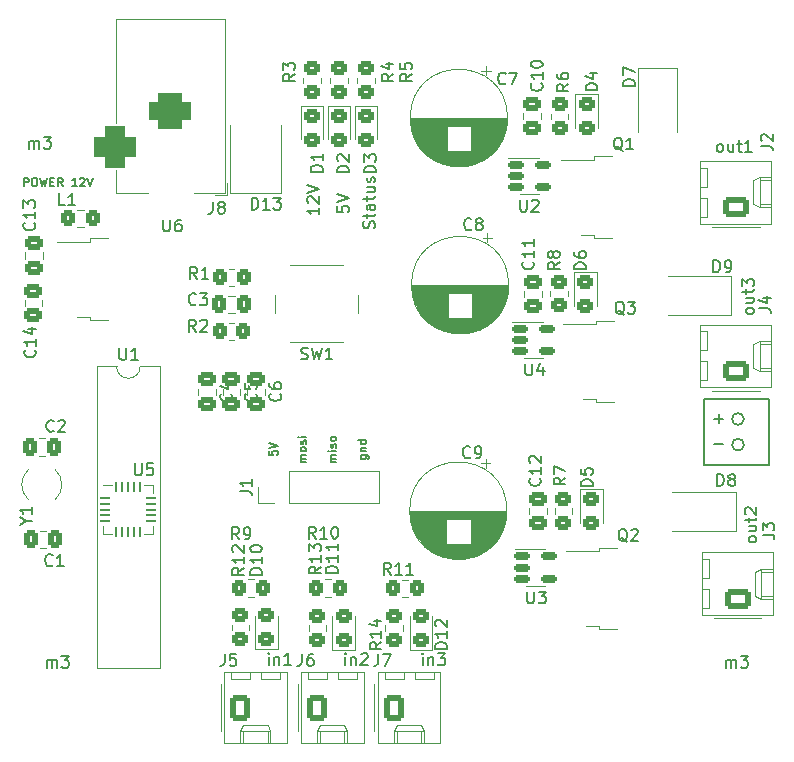
<source format=gto>
G04 #@! TF.GenerationSoftware,KiCad,Pcbnew,(6.0.2)*
G04 #@! TF.CreationDate,2022-04-11T22:25:36+02:00*
G04 #@! TF.ProjectId,szafa_led_driver,737a6166-615f-46c6-9564-5f6472697665,rev?*
G04 #@! TF.SameCoordinates,Original*
G04 #@! TF.FileFunction,Legend,Top*
G04 #@! TF.FilePolarity,Positive*
%FSLAX46Y46*%
G04 Gerber Fmt 4.6, Leading zero omitted, Abs format (unit mm)*
G04 Created by KiCad (PCBNEW (6.0.2)) date 2022-04-11 22:25:36*
%MOMM*%
%LPD*%
G01*
G04 APERTURE LIST*
G04 Aperture macros list*
%AMRoundRect*
0 Rectangle with rounded corners*
0 $1 Rounding radius*
0 $2 $3 $4 $5 $6 $7 $8 $9 X,Y pos of 4 corners*
0 Add a 4 corners polygon primitive as box body*
4,1,4,$2,$3,$4,$5,$6,$7,$8,$9,$2,$3,0*
0 Add four circle primitives for the rounded corners*
1,1,$1+$1,$2,$3*
1,1,$1+$1,$4,$5*
1,1,$1+$1,$6,$7*
1,1,$1+$1,$8,$9*
0 Add four rect primitives between the rounded corners*
20,1,$1+$1,$2,$3,$4,$5,0*
20,1,$1+$1,$4,$5,$6,$7,0*
20,1,$1+$1,$6,$7,$8,$9,0*
20,1,$1+$1,$8,$9,$2,$3,0*%
G04 Aperture macros list end*
%ADD10C,0.150000*%
%ADD11C,0.120000*%
%ADD12RoundRect,0.250000X-0.350000X-0.450000X0.350000X-0.450000X0.350000X0.450000X-0.350000X0.450000X0*%
%ADD13RoundRect,0.250000X-0.475000X0.337500X-0.475000X-0.337500X0.475000X-0.337500X0.475000X0.337500X0*%
%ADD14RoundRect,0.150000X-0.512500X-0.150000X0.512500X-0.150000X0.512500X0.150000X-0.512500X0.150000X0*%
%ADD15C,5.600000*%
%ADD16RoundRect,0.250000X0.450000X-0.350000X0.450000X0.350000X-0.450000X0.350000X-0.450000X-0.350000X0*%
%ADD17RoundRect,0.250000X0.337500X0.475000X-0.337500X0.475000X-0.337500X-0.475000X0.337500X-0.475000X0*%
%ADD18R,2.200000X1.200000*%
%ADD19R,6.400000X5.800000*%
%ADD20RoundRect,0.250000X0.450000X-0.325000X0.450000X0.325000X-0.450000X0.325000X-0.450000X-0.325000X0*%
%ADD21RoundRect,0.250000X0.325000X0.450000X-0.325000X0.450000X-0.325000X-0.450000X0.325000X-0.450000X0*%
%ADD22R,1.600000X1.600000*%
%ADD23C,1.600000*%
%ADD24R,2.500000X1.800000*%
%ADD25RoundRect,0.250000X0.845000X-0.620000X0.845000X0.620000X-0.845000X0.620000X-0.845000X-0.620000X0*%
%ADD26O,2.190000X1.740000*%
%ADD27RoundRect,0.250000X-0.450000X0.350000X-0.450000X-0.350000X0.450000X-0.350000X0.450000X0.350000X0*%
%ADD28RoundRect,0.062500X-0.362500X-0.062500X0.362500X-0.062500X0.362500X0.062500X-0.362500X0.062500X0*%
%ADD29RoundRect,0.062500X-0.062500X-0.362500X0.062500X-0.362500X0.062500X0.362500X-0.062500X0.362500X0*%
%ADD30R,2.600000X2.600000*%
%ADD31RoundRect,0.250000X-0.337500X-0.475000X0.337500X-0.475000X0.337500X0.475000X-0.337500X0.475000X0*%
%ADD32R,2.300000X2.500000*%
%ADD33RoundRect,0.250000X-0.450000X0.325000X-0.450000X-0.325000X0.450000X-0.325000X0.450000X0.325000X0*%
%ADD34R,1.700000X1.700000*%
%ADD35O,1.700000X1.700000*%
%ADD36O,1.600000X1.600000*%
%ADD37RoundRect,0.250000X0.350000X0.450000X-0.350000X0.450000X-0.350000X-0.450000X0.350000X-0.450000X0*%
%ADD38RoundRect,0.250000X-0.620000X-0.845000X0.620000X-0.845000X0.620000X0.845000X-0.620000X0.845000X0*%
%ADD39O,1.740000X2.190000*%
%ADD40C,2.000000*%
%ADD41R,3.500000X3.500000*%
%ADD42RoundRect,0.750000X-1.000000X0.750000X-1.000000X-0.750000X1.000000X-0.750000X1.000000X0.750000X0*%
%ADD43RoundRect,0.875000X-0.875000X0.875000X-0.875000X-0.875000X0.875000X-0.875000X0.875000X0.875000X0*%
%ADD44R,1.800000X2.500000*%
%ADD45RoundRect,0.250000X0.475000X-0.337500X0.475000X0.337500X-0.475000X0.337500X-0.475000X-0.337500X0*%
%ADD46C,1.000000*%
G04 APERTURE END LIST*
D10*
X130852800Y-80594200D02*
G75*
G03*
X130852800Y-80594200I-500000J0D01*
G01*
X127508000Y-78917800D02*
X132994400Y-78917800D01*
X132994400Y-78917800D02*
X132994400Y-84455000D01*
X132994400Y-84455000D02*
X127508000Y-84455000D01*
X127508000Y-84455000D02*
X127508000Y-78917800D01*
X130860800Y-82778600D02*
G75*
G03*
X130860800Y-82778600I-500000J0D01*
G01*
X90675666Y-83318333D02*
X90675666Y-83651666D01*
X91009000Y-83685000D01*
X90975666Y-83651666D01*
X90942333Y-83585000D01*
X90942333Y-83418333D01*
X90975666Y-83351666D01*
X91009000Y-83318333D01*
X91075666Y-83285000D01*
X91242333Y-83285000D01*
X91309000Y-83318333D01*
X91342333Y-83351666D01*
X91375666Y-83418333D01*
X91375666Y-83585000D01*
X91342333Y-83651666D01*
X91309000Y-83685000D01*
X90675666Y-83085000D02*
X91375666Y-82851666D01*
X90675666Y-82618333D01*
X96328666Y-84251666D02*
X95862000Y-84251666D01*
X95928666Y-84251666D02*
X95895333Y-84218333D01*
X95862000Y-84151666D01*
X95862000Y-84051666D01*
X95895333Y-83985000D01*
X95962000Y-83951666D01*
X96328666Y-83951666D01*
X95962000Y-83951666D02*
X95895333Y-83918333D01*
X95862000Y-83851666D01*
X95862000Y-83751666D01*
X95895333Y-83685000D01*
X95962000Y-83651666D01*
X96328666Y-83651666D01*
X96328666Y-83318333D02*
X95862000Y-83318333D01*
X95628666Y-83318333D02*
X95662000Y-83351666D01*
X95695333Y-83318333D01*
X95662000Y-83285000D01*
X95628666Y-83318333D01*
X95695333Y-83318333D01*
X96295333Y-83018333D02*
X96328666Y-82951666D01*
X96328666Y-82818333D01*
X96295333Y-82751666D01*
X96228666Y-82718333D01*
X96195333Y-82718333D01*
X96128666Y-82751666D01*
X96095333Y-82818333D01*
X96095333Y-82918333D01*
X96062000Y-82985000D01*
X95995333Y-83018333D01*
X95962000Y-83018333D01*
X95895333Y-82985000D01*
X95862000Y-82918333D01*
X95862000Y-82818333D01*
X95895333Y-82751666D01*
X96328666Y-82318333D02*
X96295333Y-82385000D01*
X96262000Y-82418333D01*
X96195333Y-82451666D01*
X95995333Y-82451666D01*
X95928666Y-82418333D01*
X95895333Y-82385000D01*
X95862000Y-82318333D01*
X95862000Y-82218333D01*
X95895333Y-82151666D01*
X95928666Y-82118333D01*
X95995333Y-82085000D01*
X96195333Y-82085000D01*
X96262000Y-82118333D01*
X96295333Y-82151666D01*
X96328666Y-82218333D01*
X96328666Y-82318333D01*
X131714180Y-71516714D02*
X131666561Y-71611952D01*
X131618942Y-71659571D01*
X131523704Y-71707190D01*
X131237990Y-71707190D01*
X131142752Y-71659571D01*
X131095133Y-71611952D01*
X131047514Y-71516714D01*
X131047514Y-71373857D01*
X131095133Y-71278619D01*
X131142752Y-71231000D01*
X131237990Y-71183380D01*
X131523704Y-71183380D01*
X131618942Y-71231000D01*
X131666561Y-71278619D01*
X131714180Y-71373857D01*
X131714180Y-71516714D01*
X131047514Y-70326238D02*
X131714180Y-70326238D01*
X131047514Y-70754809D02*
X131571323Y-70754809D01*
X131666561Y-70707190D01*
X131714180Y-70611952D01*
X131714180Y-70469095D01*
X131666561Y-70373857D01*
X131618942Y-70326238D01*
X131047514Y-69992904D02*
X131047514Y-69611952D01*
X130714180Y-69850047D02*
X131571323Y-69850047D01*
X131666561Y-69802428D01*
X131714180Y-69707190D01*
X131714180Y-69611952D01*
X130714180Y-69373857D02*
X130714180Y-68754809D01*
X131095133Y-69088142D01*
X131095133Y-68945285D01*
X131142752Y-68850047D01*
X131190371Y-68802428D01*
X131285609Y-68754809D01*
X131523704Y-68754809D01*
X131618942Y-68802428D01*
X131666561Y-68850047D01*
X131714180Y-68945285D01*
X131714180Y-69231000D01*
X131666561Y-69326238D01*
X131618942Y-69373857D01*
X128295447Y-82748428D02*
X129057352Y-82748428D01*
X93788666Y-84251666D02*
X93322000Y-84251666D01*
X93388666Y-84251666D02*
X93355333Y-84218333D01*
X93322000Y-84151666D01*
X93322000Y-84051666D01*
X93355333Y-83985000D01*
X93422000Y-83951666D01*
X93788666Y-83951666D01*
X93422000Y-83951666D02*
X93355333Y-83918333D01*
X93322000Y-83851666D01*
X93322000Y-83751666D01*
X93355333Y-83685000D01*
X93422000Y-83651666D01*
X93788666Y-83651666D01*
X93788666Y-83218333D02*
X93755333Y-83285000D01*
X93722000Y-83318333D01*
X93655333Y-83351666D01*
X93455333Y-83351666D01*
X93388666Y-83318333D01*
X93355333Y-83285000D01*
X93322000Y-83218333D01*
X93322000Y-83118333D01*
X93355333Y-83051666D01*
X93388666Y-83018333D01*
X93455333Y-82985000D01*
X93655333Y-82985000D01*
X93722000Y-83018333D01*
X93755333Y-83051666D01*
X93788666Y-83118333D01*
X93788666Y-83218333D01*
X93755333Y-82718333D02*
X93788666Y-82651666D01*
X93788666Y-82518333D01*
X93755333Y-82451666D01*
X93688666Y-82418333D01*
X93655333Y-82418333D01*
X93588666Y-82451666D01*
X93555333Y-82518333D01*
X93555333Y-82618333D01*
X93522000Y-82685000D01*
X93455333Y-82718333D01*
X93422000Y-82718333D01*
X93355333Y-82685000D01*
X93322000Y-82618333D01*
X93322000Y-82518333D01*
X93355333Y-82451666D01*
X93788666Y-82118333D02*
X93322000Y-82118333D01*
X93088666Y-82118333D02*
X93122000Y-82151666D01*
X93155333Y-82118333D01*
X93122000Y-82085000D01*
X93088666Y-82118333D01*
X93155333Y-82118333D01*
X69921000Y-60895666D02*
X69921000Y-60195666D01*
X70187666Y-60195666D01*
X70254333Y-60229000D01*
X70287666Y-60262333D01*
X70321000Y-60329000D01*
X70321000Y-60429000D01*
X70287666Y-60495666D01*
X70254333Y-60529000D01*
X70187666Y-60562333D01*
X69921000Y-60562333D01*
X70754333Y-60195666D02*
X70887666Y-60195666D01*
X70954333Y-60229000D01*
X71021000Y-60295666D01*
X71054333Y-60429000D01*
X71054333Y-60662333D01*
X71021000Y-60795666D01*
X70954333Y-60862333D01*
X70887666Y-60895666D01*
X70754333Y-60895666D01*
X70687666Y-60862333D01*
X70621000Y-60795666D01*
X70587666Y-60662333D01*
X70587666Y-60429000D01*
X70621000Y-60295666D01*
X70687666Y-60229000D01*
X70754333Y-60195666D01*
X71287666Y-60195666D02*
X71454333Y-60895666D01*
X71587666Y-60395666D01*
X71721000Y-60895666D01*
X71887666Y-60195666D01*
X72154333Y-60529000D02*
X72387666Y-60529000D01*
X72487666Y-60895666D02*
X72154333Y-60895666D01*
X72154333Y-60195666D01*
X72487666Y-60195666D01*
X73187666Y-60895666D02*
X72954333Y-60562333D01*
X72787666Y-60895666D02*
X72787666Y-60195666D01*
X73054333Y-60195666D01*
X73121000Y-60229000D01*
X73154333Y-60262333D01*
X73187666Y-60329000D01*
X73187666Y-60429000D01*
X73154333Y-60495666D01*
X73121000Y-60529000D01*
X73054333Y-60562333D01*
X72787666Y-60562333D01*
X74387666Y-60895666D02*
X73987666Y-60895666D01*
X74187666Y-60895666D02*
X74187666Y-60195666D01*
X74121000Y-60295666D01*
X74054333Y-60362333D01*
X73987666Y-60395666D01*
X74654333Y-60262333D02*
X74687666Y-60229000D01*
X74754333Y-60195666D01*
X74921000Y-60195666D01*
X74987666Y-60229000D01*
X75021000Y-60262333D01*
X75054333Y-60329000D01*
X75054333Y-60395666D01*
X75021000Y-60495666D01*
X74621000Y-60895666D01*
X75054333Y-60895666D01*
X75254333Y-60195666D02*
X75487666Y-60895666D01*
X75721000Y-60195666D01*
X128762285Y-57983380D02*
X128667047Y-57935761D01*
X128619428Y-57888142D01*
X128571809Y-57792904D01*
X128571809Y-57507190D01*
X128619428Y-57411952D01*
X128667047Y-57364333D01*
X128762285Y-57316714D01*
X128905142Y-57316714D01*
X129000380Y-57364333D01*
X129048000Y-57411952D01*
X129095619Y-57507190D01*
X129095619Y-57792904D01*
X129048000Y-57888142D01*
X129000380Y-57935761D01*
X128905142Y-57983380D01*
X128762285Y-57983380D01*
X129952761Y-57316714D02*
X129952761Y-57983380D01*
X129524190Y-57316714D02*
X129524190Y-57840523D01*
X129571809Y-57935761D01*
X129667047Y-57983380D01*
X129809904Y-57983380D01*
X129905142Y-57935761D01*
X129952761Y-57888142D01*
X130286095Y-57316714D02*
X130667047Y-57316714D01*
X130428952Y-56983380D02*
X130428952Y-57840523D01*
X130476571Y-57935761D01*
X130571809Y-57983380D01*
X130667047Y-57983380D01*
X131524190Y-57983380D02*
X130952761Y-57983380D01*
X131238476Y-57983380D02*
X131238476Y-56983380D01*
X131143238Y-57126238D01*
X131048000Y-57221476D01*
X130952761Y-57269095D01*
X90613028Y-101391980D02*
X90613028Y-100725314D01*
X90613028Y-100391980D02*
X90565409Y-100439600D01*
X90613028Y-100487219D01*
X90660647Y-100439600D01*
X90613028Y-100391980D01*
X90613028Y-100487219D01*
X91089219Y-100725314D02*
X91089219Y-101391980D01*
X91089219Y-100820552D02*
X91136838Y-100772933D01*
X91232076Y-100725314D01*
X91374933Y-100725314D01*
X91470171Y-100772933D01*
X91517790Y-100868171D01*
X91517790Y-101391980D01*
X92517790Y-101391980D02*
X91946361Y-101391980D01*
X92232076Y-101391980D02*
X92232076Y-100391980D01*
X92136838Y-100534838D01*
X92041600Y-100630076D01*
X91946361Y-100677695D01*
X128346247Y-80564028D02*
X129108152Y-80564028D01*
X128727200Y-80944980D02*
X128727200Y-80183076D01*
X97115428Y-101442780D02*
X97115428Y-100776114D01*
X97115428Y-100442780D02*
X97067809Y-100490400D01*
X97115428Y-100538019D01*
X97163047Y-100490400D01*
X97115428Y-100442780D01*
X97115428Y-100538019D01*
X97591619Y-100776114D02*
X97591619Y-101442780D01*
X97591619Y-100871352D02*
X97639238Y-100823733D01*
X97734476Y-100776114D01*
X97877333Y-100776114D01*
X97972571Y-100823733D01*
X98020190Y-100918971D01*
X98020190Y-101442780D01*
X98448761Y-100538019D02*
X98496380Y-100490400D01*
X98591619Y-100442780D01*
X98829714Y-100442780D01*
X98924952Y-100490400D01*
X98972571Y-100538019D01*
X99020190Y-100633257D01*
X99020190Y-100728495D01*
X98972571Y-100871352D01*
X98401142Y-101442780D01*
X99020190Y-101442780D01*
X103668628Y-101442780D02*
X103668628Y-100776114D01*
X103668628Y-100442780D02*
X103621009Y-100490400D01*
X103668628Y-100538019D01*
X103716247Y-100490400D01*
X103668628Y-100442780D01*
X103668628Y-100538019D01*
X104144819Y-100776114D02*
X104144819Y-101442780D01*
X104144819Y-100871352D02*
X104192438Y-100823733D01*
X104287676Y-100776114D01*
X104430533Y-100776114D01*
X104525771Y-100823733D01*
X104573390Y-100918971D01*
X104573390Y-101442780D01*
X104954342Y-100442780D02*
X105573390Y-100442780D01*
X105240057Y-100823733D01*
X105382914Y-100823733D01*
X105478152Y-100871352D01*
X105525771Y-100918971D01*
X105573390Y-101014209D01*
X105573390Y-101252304D01*
X105525771Y-101347542D01*
X105478152Y-101395161D01*
X105382914Y-101442780D01*
X105097200Y-101442780D01*
X105001961Y-101395161D01*
X104954342Y-101347542D01*
X98402000Y-83668333D02*
X98968666Y-83668333D01*
X99035333Y-83701666D01*
X99068666Y-83735000D01*
X99102000Y-83801666D01*
X99102000Y-83901666D01*
X99068666Y-83968333D01*
X98835333Y-83668333D02*
X98868666Y-83735000D01*
X98868666Y-83868333D01*
X98835333Y-83935000D01*
X98802000Y-83968333D01*
X98735333Y-84001666D01*
X98535333Y-84001666D01*
X98468666Y-83968333D01*
X98435333Y-83935000D01*
X98402000Y-83868333D01*
X98402000Y-83735000D01*
X98435333Y-83668333D01*
X98402000Y-83335000D02*
X98868666Y-83335000D01*
X98468666Y-83335000D02*
X98435333Y-83301666D01*
X98402000Y-83235000D01*
X98402000Y-83135000D01*
X98435333Y-83068333D01*
X98502000Y-83035000D01*
X98868666Y-83035000D01*
X98868666Y-82401666D02*
X98168666Y-82401666D01*
X98835333Y-82401666D02*
X98868666Y-82468333D01*
X98868666Y-82601666D01*
X98835333Y-82668333D01*
X98802000Y-82701666D01*
X98735333Y-82735000D01*
X98535333Y-82735000D01*
X98468666Y-82701666D01*
X98435333Y-82668333D01*
X98402000Y-82601666D01*
X98402000Y-82468333D01*
X98435333Y-82401666D01*
X96429580Y-62572876D02*
X96429580Y-63049066D01*
X96905771Y-63096685D01*
X96858152Y-63049066D01*
X96810533Y-62953828D01*
X96810533Y-62715733D01*
X96858152Y-62620495D01*
X96905771Y-62572876D01*
X97001009Y-62525257D01*
X97239104Y-62525257D01*
X97334342Y-62572876D01*
X97381961Y-62620495D01*
X97429580Y-62715733D01*
X97429580Y-62953828D01*
X97381961Y-63049066D01*
X97334342Y-63096685D01*
X96429580Y-62239542D02*
X97429580Y-61906209D01*
X96429580Y-61572876D01*
X94889580Y-62696647D02*
X94889580Y-63268076D01*
X94889580Y-62982361D02*
X93889580Y-62982361D01*
X94032438Y-63077600D01*
X94127676Y-63172838D01*
X94175295Y-63268076D01*
X93984819Y-62315695D02*
X93937200Y-62268076D01*
X93889580Y-62172838D01*
X93889580Y-61934742D01*
X93937200Y-61839504D01*
X93984819Y-61791885D01*
X94080057Y-61744266D01*
X94175295Y-61744266D01*
X94318152Y-61791885D01*
X94889580Y-62363314D01*
X94889580Y-61744266D01*
X93889580Y-61458552D02*
X94889580Y-61125219D01*
X93889580Y-60791885D01*
X131928180Y-90846114D02*
X131880561Y-90941352D01*
X131832942Y-90988971D01*
X131737704Y-91036590D01*
X131451990Y-91036590D01*
X131356752Y-90988971D01*
X131309133Y-90941352D01*
X131261514Y-90846114D01*
X131261514Y-90703257D01*
X131309133Y-90608019D01*
X131356752Y-90560400D01*
X131451990Y-90512780D01*
X131737704Y-90512780D01*
X131832942Y-90560400D01*
X131880561Y-90608019D01*
X131928180Y-90703257D01*
X131928180Y-90846114D01*
X131261514Y-89655638D02*
X131928180Y-89655638D01*
X131261514Y-90084209D02*
X131785323Y-90084209D01*
X131880561Y-90036590D01*
X131928180Y-89941352D01*
X131928180Y-89798495D01*
X131880561Y-89703257D01*
X131832942Y-89655638D01*
X131261514Y-89322304D02*
X131261514Y-88941352D01*
X130928180Y-89179447D02*
X131785323Y-89179447D01*
X131880561Y-89131828D01*
X131928180Y-89036590D01*
X131928180Y-88941352D01*
X131023419Y-88655638D02*
X130975800Y-88608019D01*
X130928180Y-88512780D01*
X130928180Y-88274685D01*
X130975800Y-88179447D01*
X131023419Y-88131828D01*
X131118657Y-88084209D01*
X131213895Y-88084209D01*
X131356752Y-88131828D01*
X131928180Y-88703257D01*
X131928180Y-88084209D01*
X99566361Y-64447466D02*
X99613980Y-64304609D01*
X99613980Y-64066514D01*
X99566361Y-63971276D01*
X99518742Y-63923657D01*
X99423504Y-63876038D01*
X99328266Y-63876038D01*
X99233028Y-63923657D01*
X99185409Y-63971276D01*
X99137790Y-64066514D01*
X99090171Y-64256990D01*
X99042552Y-64352228D01*
X98994933Y-64399847D01*
X98899695Y-64447466D01*
X98804457Y-64447466D01*
X98709219Y-64399847D01*
X98661600Y-64352228D01*
X98613980Y-64256990D01*
X98613980Y-64018895D01*
X98661600Y-63876038D01*
X98947314Y-63590323D02*
X98947314Y-63209371D01*
X98613980Y-63447466D02*
X99471123Y-63447466D01*
X99566361Y-63399847D01*
X99613980Y-63304609D01*
X99613980Y-63209371D01*
X99613980Y-62447466D02*
X99090171Y-62447466D01*
X98994933Y-62495085D01*
X98947314Y-62590323D01*
X98947314Y-62780800D01*
X98994933Y-62876038D01*
X99566361Y-62447466D02*
X99613980Y-62542704D01*
X99613980Y-62780800D01*
X99566361Y-62876038D01*
X99471123Y-62923657D01*
X99375885Y-62923657D01*
X99280647Y-62876038D01*
X99233028Y-62780800D01*
X99233028Y-62542704D01*
X99185409Y-62447466D01*
X98947314Y-62114133D02*
X98947314Y-61733180D01*
X98613980Y-61971276D02*
X99471123Y-61971276D01*
X99566361Y-61923657D01*
X99613980Y-61828419D01*
X99613980Y-61733180D01*
X98947314Y-60971276D02*
X99613980Y-60971276D01*
X98947314Y-61399847D02*
X99471123Y-61399847D01*
X99566361Y-61352228D01*
X99613980Y-61256990D01*
X99613980Y-61114133D01*
X99566361Y-61018895D01*
X99518742Y-60971276D01*
X99566361Y-60542704D02*
X99613980Y-60447466D01*
X99613980Y-60256990D01*
X99566361Y-60161752D01*
X99471123Y-60114133D01*
X99423504Y-60114133D01*
X99328266Y-60161752D01*
X99280647Y-60256990D01*
X99280647Y-60399847D01*
X99233028Y-60495085D01*
X99137790Y-60542704D01*
X99090171Y-60542704D01*
X98994933Y-60495085D01*
X98947314Y-60399847D01*
X98947314Y-60256990D01*
X98994933Y-60161752D01*
X84567733Y-68727580D02*
X84234400Y-68251390D01*
X83996304Y-68727580D02*
X83996304Y-67727580D01*
X84377257Y-67727580D01*
X84472495Y-67775200D01*
X84520114Y-67822819D01*
X84567733Y-67918057D01*
X84567733Y-68060914D01*
X84520114Y-68156152D01*
X84472495Y-68203771D01*
X84377257Y-68251390D01*
X83996304Y-68251390D01*
X85520114Y-68727580D02*
X84948685Y-68727580D01*
X85234400Y-68727580D02*
X85234400Y-67727580D01*
X85139161Y-67870438D01*
X85043923Y-67965676D01*
X84948685Y-68013295D01*
X87431942Y-78449466D02*
X87479561Y-78497085D01*
X87527180Y-78639942D01*
X87527180Y-78735180D01*
X87479561Y-78878038D01*
X87384323Y-78973276D01*
X87289085Y-79020895D01*
X87098609Y-79068514D01*
X86955752Y-79068514D01*
X86765276Y-79020895D01*
X86670038Y-78973276D01*
X86574800Y-78878038D01*
X86527180Y-78735180D01*
X86527180Y-78639942D01*
X86574800Y-78497085D01*
X86622419Y-78449466D01*
X86860514Y-77592323D02*
X87527180Y-77592323D01*
X86479561Y-77830419D02*
X87193847Y-78068514D01*
X87193847Y-77449466D01*
X89514742Y-78449466D02*
X89562361Y-78497085D01*
X89609980Y-78639942D01*
X89609980Y-78735180D01*
X89562361Y-78878038D01*
X89467123Y-78973276D01*
X89371885Y-79020895D01*
X89181409Y-79068514D01*
X89038552Y-79068514D01*
X88848076Y-79020895D01*
X88752838Y-78973276D01*
X88657600Y-78878038D01*
X88609980Y-78735180D01*
X88609980Y-78639942D01*
X88657600Y-78497085D01*
X88705219Y-78449466D01*
X88609980Y-77544704D02*
X88609980Y-78020895D01*
X89086171Y-78068514D01*
X89038552Y-78020895D01*
X88990933Y-77925657D01*
X88990933Y-77687561D01*
X89038552Y-77592323D01*
X89086171Y-77544704D01*
X89181409Y-77497085D01*
X89419504Y-77497085D01*
X89514742Y-77544704D01*
X89562361Y-77592323D01*
X89609980Y-77687561D01*
X89609980Y-77925657D01*
X89562361Y-78020895D01*
X89514742Y-78068514D01*
X112522095Y-95210380D02*
X112522095Y-96019904D01*
X112569714Y-96115142D01*
X112617333Y-96162761D01*
X112712571Y-96210380D01*
X112903047Y-96210380D01*
X112998285Y-96162761D01*
X113045904Y-96115142D01*
X113093523Y-96019904D01*
X113093523Y-95210380D01*
X113474476Y-95210380D02*
X114093523Y-95210380D01*
X113760190Y-95591333D01*
X113903047Y-95591333D01*
X113998285Y-95638952D01*
X114045904Y-95686571D01*
X114093523Y-95781809D01*
X114093523Y-96019904D01*
X114045904Y-96115142D01*
X113998285Y-96162761D01*
X113903047Y-96210380D01*
X113617333Y-96210380D01*
X113522095Y-96162761D01*
X113474476Y-96115142D01*
X95041980Y-93098857D02*
X94565790Y-93432190D01*
X95041980Y-93670285D02*
X94041980Y-93670285D01*
X94041980Y-93289333D01*
X94089600Y-93194095D01*
X94137219Y-93146476D01*
X94232457Y-93098857D01*
X94375314Y-93098857D01*
X94470552Y-93146476D01*
X94518171Y-93194095D01*
X94565790Y-93289333D01*
X94565790Y-93670285D01*
X95041980Y-92146476D02*
X95041980Y-92717904D01*
X95041980Y-92432190D02*
X94041980Y-92432190D01*
X94184838Y-92527428D01*
X94280076Y-92622666D01*
X94327695Y-92717904D01*
X94041980Y-91813142D02*
X94041980Y-91194095D01*
X94422933Y-91527428D01*
X94422933Y-91384571D01*
X94470552Y-91289333D01*
X94518171Y-91241714D01*
X94613409Y-91194095D01*
X94851504Y-91194095D01*
X94946742Y-91241714D01*
X94994361Y-91289333D01*
X95041980Y-91384571D01*
X95041980Y-91670285D01*
X94994361Y-91765523D01*
X94946742Y-91813142D01*
X72426533Y-81586342D02*
X72378914Y-81633961D01*
X72236057Y-81681580D01*
X72140819Y-81681580D01*
X71997961Y-81633961D01*
X71902723Y-81538723D01*
X71855104Y-81443485D01*
X71807485Y-81253009D01*
X71807485Y-81110152D01*
X71855104Y-80919676D01*
X71902723Y-80824438D01*
X71997961Y-80729200D01*
X72140819Y-80681580D01*
X72236057Y-80681580D01*
X72378914Y-80729200D01*
X72426533Y-80776819D01*
X72807485Y-80776819D02*
X72855104Y-80729200D01*
X72950342Y-80681580D01*
X73188438Y-80681580D01*
X73283676Y-80729200D01*
X73331295Y-80776819D01*
X73378914Y-80872057D01*
X73378914Y-80967295D01*
X73331295Y-81110152D01*
X72759866Y-81681580D01*
X73378914Y-81681580D01*
X120586961Y-57870219D02*
X120491723Y-57822600D01*
X120396485Y-57727361D01*
X120253628Y-57584504D01*
X120158390Y-57536885D01*
X120063152Y-57536885D01*
X120110771Y-57774980D02*
X120015533Y-57727361D01*
X119920295Y-57632123D01*
X119872676Y-57441647D01*
X119872676Y-57108314D01*
X119920295Y-56917838D01*
X120015533Y-56822600D01*
X120110771Y-56774980D01*
X120301247Y-56774980D01*
X120396485Y-56822600D01*
X120491723Y-56917838D01*
X120539342Y-57108314D01*
X120539342Y-57441647D01*
X120491723Y-57632123D01*
X120396485Y-57727361D01*
X120301247Y-57774980D01*
X120110771Y-57774980D01*
X121491723Y-57774980D02*
X120920295Y-57774980D01*
X121206009Y-57774980D02*
X121206009Y-56774980D01*
X121110771Y-56917838D01*
X121015533Y-57013076D01*
X120920295Y-57060695D01*
X105709980Y-100071085D02*
X104709980Y-100071085D01*
X104709980Y-99832990D01*
X104757600Y-99690133D01*
X104852838Y-99594895D01*
X104948076Y-99547276D01*
X105138552Y-99499657D01*
X105281409Y-99499657D01*
X105471885Y-99547276D01*
X105567123Y-99594895D01*
X105662361Y-99690133D01*
X105709980Y-99832990D01*
X105709980Y-100071085D01*
X105709980Y-98547276D02*
X105709980Y-99118704D01*
X105709980Y-98832990D02*
X104709980Y-98832990D01*
X104852838Y-98928228D01*
X104948076Y-99023466D01*
X104995695Y-99118704D01*
X104805219Y-98166323D02*
X104757600Y-98118704D01*
X104709980Y-98023466D01*
X104709980Y-97785371D01*
X104757600Y-97690133D01*
X104805219Y-97642514D01*
X104900457Y-97594895D01*
X104995695Y-97594895D01*
X105138552Y-97642514D01*
X105709980Y-98213942D01*
X105709980Y-97594895D01*
X73391733Y-62479180D02*
X72915542Y-62479180D01*
X72915542Y-61479180D01*
X74248876Y-62479180D02*
X73677447Y-62479180D01*
X73963161Y-62479180D02*
X73963161Y-61479180D01*
X73867923Y-61622038D01*
X73772685Y-61717276D01*
X73677447Y-61764895D01*
X112980742Y-67292457D02*
X113028361Y-67340076D01*
X113075980Y-67482933D01*
X113075980Y-67578171D01*
X113028361Y-67721028D01*
X112933123Y-67816266D01*
X112837885Y-67863885D01*
X112647409Y-67911504D01*
X112504552Y-67911504D01*
X112314076Y-67863885D01*
X112218838Y-67816266D01*
X112123600Y-67721028D01*
X112075980Y-67578171D01*
X112075980Y-67482933D01*
X112123600Y-67340076D01*
X112171219Y-67292457D01*
X113075980Y-66340076D02*
X113075980Y-66911504D01*
X113075980Y-66625790D02*
X112075980Y-66625790D01*
X112218838Y-66721028D01*
X112314076Y-66816266D01*
X112361695Y-66911504D01*
X113075980Y-65387695D02*
X113075980Y-65959123D01*
X113075980Y-65673409D02*
X112075980Y-65673409D01*
X112218838Y-65768647D01*
X112314076Y-65863885D01*
X112361695Y-65959123D01*
X107681733Y-83821542D02*
X107634114Y-83869161D01*
X107491257Y-83916780D01*
X107396019Y-83916780D01*
X107253161Y-83869161D01*
X107157923Y-83773923D01*
X107110304Y-83678685D01*
X107062685Y-83488209D01*
X107062685Y-83345352D01*
X107110304Y-83154876D01*
X107157923Y-83059638D01*
X107253161Y-82964400D01*
X107396019Y-82916780D01*
X107491257Y-82916780D01*
X107634114Y-82964400D01*
X107681733Y-83012019D01*
X108157923Y-83916780D02*
X108348400Y-83916780D01*
X108443638Y-83869161D01*
X108491257Y-83821542D01*
X108586495Y-83678685D01*
X108634114Y-83488209D01*
X108634114Y-83107257D01*
X108586495Y-83012019D01*
X108538876Y-82964400D01*
X108443638Y-82916780D01*
X108253161Y-82916780D01*
X108157923Y-82964400D01*
X108110304Y-83012019D01*
X108062685Y-83107257D01*
X108062685Y-83345352D01*
X108110304Y-83440590D01*
X108157923Y-83488209D01*
X108253161Y-83535828D01*
X108443638Y-83535828D01*
X108538876Y-83488209D01*
X108586495Y-83440590D01*
X108634114Y-83345352D01*
X113717342Y-52179457D02*
X113764961Y-52227076D01*
X113812580Y-52369933D01*
X113812580Y-52465171D01*
X113764961Y-52608028D01*
X113669723Y-52703266D01*
X113574485Y-52750885D01*
X113384009Y-52798504D01*
X113241152Y-52798504D01*
X113050676Y-52750885D01*
X112955438Y-52703266D01*
X112860200Y-52608028D01*
X112812580Y-52465171D01*
X112812580Y-52369933D01*
X112860200Y-52227076D01*
X112907819Y-52179457D01*
X113812580Y-51227076D02*
X113812580Y-51798504D01*
X113812580Y-51512790D02*
X112812580Y-51512790D01*
X112955438Y-51608028D01*
X113050676Y-51703266D01*
X113098295Y-51798504D01*
X112812580Y-50608028D02*
X112812580Y-50512790D01*
X112860200Y-50417552D01*
X112907819Y-50369933D01*
X113003057Y-50322314D01*
X113193533Y-50274695D01*
X113431628Y-50274695D01*
X113622104Y-50322314D01*
X113717342Y-50369933D01*
X113764961Y-50417552D01*
X113812580Y-50512790D01*
X113812580Y-50608028D01*
X113764961Y-50703266D01*
X113717342Y-50750885D01*
X113622104Y-50798504D01*
X113431628Y-50846123D01*
X113193533Y-50846123D01*
X113003057Y-50798504D01*
X112907819Y-50750885D01*
X112860200Y-50703266D01*
X112812580Y-50608028D01*
X128281704Y-68168780D02*
X128281704Y-67168780D01*
X128519800Y-67168780D01*
X128662657Y-67216400D01*
X128757895Y-67311638D01*
X128805514Y-67406876D01*
X128853133Y-67597352D01*
X128853133Y-67740209D01*
X128805514Y-67930685D01*
X128757895Y-68025923D01*
X128662657Y-68121161D01*
X128519800Y-68168780D01*
X128281704Y-68168780D01*
X129329323Y-68168780D02*
X129519800Y-68168780D01*
X129615038Y-68121161D01*
X129662657Y-68073542D01*
X129757895Y-67930685D01*
X129805514Y-67740209D01*
X129805514Y-67359257D01*
X129757895Y-67264019D01*
X129710276Y-67216400D01*
X129615038Y-67168780D01*
X129424561Y-67168780D01*
X129329323Y-67216400D01*
X129281704Y-67264019D01*
X129234085Y-67359257D01*
X129234085Y-67597352D01*
X129281704Y-67692590D01*
X129329323Y-67740209D01*
X129424561Y-67787828D01*
X129615038Y-67787828D01*
X129710276Y-67740209D01*
X129757895Y-67692590D01*
X129805514Y-67597352D01*
X132452180Y-90401733D02*
X133166466Y-90401733D01*
X133309323Y-90449352D01*
X133404561Y-90544590D01*
X133452180Y-90687447D01*
X133452180Y-90782685D01*
X132452180Y-90020780D02*
X132452180Y-89401733D01*
X132833133Y-89735066D01*
X132833133Y-89592209D01*
X132880752Y-89496971D01*
X132928371Y-89449352D01*
X133023609Y-89401733D01*
X133261704Y-89401733D01*
X133356942Y-89449352D01*
X133404561Y-89496971D01*
X133452180Y-89592209D01*
X133452180Y-89877923D01*
X133404561Y-89973161D01*
X133356942Y-90020780D01*
X92857580Y-51373066D02*
X92381390Y-51706400D01*
X92857580Y-51944495D02*
X91857580Y-51944495D01*
X91857580Y-51563542D01*
X91905200Y-51468304D01*
X91952819Y-51420685D01*
X92048057Y-51373066D01*
X92190914Y-51373066D01*
X92286152Y-51420685D01*
X92333771Y-51468304D01*
X92381390Y-51563542D01*
X92381390Y-51944495D01*
X91857580Y-51039733D02*
X91857580Y-50420685D01*
X92238533Y-50754019D01*
X92238533Y-50611161D01*
X92286152Y-50515923D01*
X92333771Y-50468304D01*
X92429009Y-50420685D01*
X92667104Y-50420685D01*
X92762342Y-50468304D01*
X92809961Y-50515923D01*
X92857580Y-50611161D01*
X92857580Y-50896876D01*
X92809961Y-50992114D01*
X92762342Y-51039733D01*
X88539580Y-93200457D02*
X88063390Y-93533790D01*
X88539580Y-93771885D02*
X87539580Y-93771885D01*
X87539580Y-93390933D01*
X87587200Y-93295695D01*
X87634819Y-93248076D01*
X87730057Y-93200457D01*
X87872914Y-93200457D01*
X87968152Y-93248076D01*
X88015771Y-93295695D01*
X88063390Y-93390933D01*
X88063390Y-93771885D01*
X88539580Y-92248076D02*
X88539580Y-92819504D01*
X88539580Y-92533790D02*
X87539580Y-92533790D01*
X87682438Y-92629028D01*
X87777676Y-92724266D01*
X87825295Y-92819504D01*
X87634819Y-91867123D02*
X87587200Y-91819504D01*
X87539580Y-91724266D01*
X87539580Y-91486171D01*
X87587200Y-91390933D01*
X87634819Y-91343314D01*
X87730057Y-91295695D01*
X87825295Y-91295695D01*
X87968152Y-91343314D01*
X88539580Y-91914742D01*
X88539580Y-91295695D01*
X79299733Y-84358764D02*
X79299733Y-85168288D01*
X79347352Y-85263526D01*
X79394971Y-85311145D01*
X79490209Y-85358764D01*
X79680685Y-85358764D01*
X79775923Y-85311145D01*
X79823542Y-85263526D01*
X79871161Y-85168288D01*
X79871161Y-84358764D01*
X80823542Y-84358764D02*
X80347352Y-84358764D01*
X80299733Y-84834955D01*
X80347352Y-84787336D01*
X80442590Y-84739717D01*
X80680685Y-84739717D01*
X80775923Y-84787336D01*
X80823542Y-84834955D01*
X80871161Y-84930193D01*
X80871161Y-85168288D01*
X80823542Y-85263526D01*
X80775923Y-85311145D01*
X80680685Y-85358764D01*
X80442590Y-85358764D01*
X80347352Y-85311145D01*
X80299733Y-85263526D01*
X84466133Y-70867542D02*
X84418514Y-70915161D01*
X84275657Y-70962780D01*
X84180419Y-70962780D01*
X84037561Y-70915161D01*
X83942323Y-70819923D01*
X83894704Y-70724685D01*
X83847085Y-70534209D01*
X83847085Y-70391352D01*
X83894704Y-70200876D01*
X83942323Y-70105638D01*
X84037561Y-70010400D01*
X84180419Y-69962780D01*
X84275657Y-69962780D01*
X84418514Y-70010400D01*
X84466133Y-70058019D01*
X84799466Y-69962780D02*
X85418514Y-69962780D01*
X85085180Y-70343733D01*
X85228038Y-70343733D01*
X85323276Y-70391352D01*
X85370895Y-70438971D01*
X85418514Y-70534209D01*
X85418514Y-70772304D01*
X85370895Y-70867542D01*
X85323276Y-70915161D01*
X85228038Y-70962780D01*
X84942323Y-70962780D01*
X84847085Y-70915161D01*
X84799466Y-70867542D01*
X107783333Y-64517542D02*
X107735714Y-64565161D01*
X107592857Y-64612780D01*
X107497619Y-64612780D01*
X107354761Y-64565161D01*
X107259523Y-64469923D01*
X107211904Y-64374685D01*
X107164285Y-64184209D01*
X107164285Y-64041352D01*
X107211904Y-63850876D01*
X107259523Y-63755638D01*
X107354761Y-63660400D01*
X107497619Y-63612780D01*
X107592857Y-63612780D01*
X107735714Y-63660400D01*
X107783333Y-63708019D01*
X108354761Y-64041352D02*
X108259523Y-63993733D01*
X108211904Y-63946114D01*
X108164285Y-63850876D01*
X108164285Y-63803257D01*
X108211904Y-63708019D01*
X108259523Y-63660400D01*
X108354761Y-63612780D01*
X108545238Y-63612780D01*
X108640476Y-63660400D01*
X108688095Y-63708019D01*
X108735714Y-63803257D01*
X108735714Y-63850876D01*
X108688095Y-63946114D01*
X108640476Y-63993733D01*
X108545238Y-64041352D01*
X108354761Y-64041352D01*
X108259523Y-64088971D01*
X108211904Y-64136590D01*
X108164285Y-64231828D01*
X108164285Y-64422304D01*
X108211904Y-64517542D01*
X108259523Y-64565161D01*
X108354761Y-64612780D01*
X108545238Y-64612780D01*
X108640476Y-64565161D01*
X108688095Y-64517542D01*
X108735714Y-64422304D01*
X108735714Y-64231828D01*
X108688095Y-64136590D01*
X108640476Y-64088971D01*
X108545238Y-64041352D01*
X89174714Y-62864580D02*
X89174714Y-61864580D01*
X89412809Y-61864580D01*
X89555666Y-61912200D01*
X89650904Y-62007438D01*
X89698523Y-62102676D01*
X89746142Y-62293152D01*
X89746142Y-62436009D01*
X89698523Y-62626485D01*
X89650904Y-62721723D01*
X89555666Y-62816961D01*
X89412809Y-62864580D01*
X89174714Y-62864580D01*
X90698523Y-62864580D02*
X90127095Y-62864580D01*
X90412809Y-62864580D02*
X90412809Y-61864580D01*
X90317571Y-62007438D01*
X90222333Y-62102676D01*
X90127095Y-62150295D01*
X91031857Y-61864580D02*
X91650904Y-61864580D01*
X91317571Y-62245533D01*
X91460428Y-62245533D01*
X91555666Y-62293152D01*
X91603285Y-62340771D01*
X91650904Y-62436009D01*
X91650904Y-62674104D01*
X91603285Y-62769342D01*
X91555666Y-62816961D01*
X91460428Y-62864580D01*
X91174714Y-62864580D01*
X91079476Y-62816961D01*
X91031857Y-62769342D01*
X97429580Y-59716895D02*
X96429580Y-59716895D01*
X96429580Y-59478800D01*
X96477200Y-59335942D01*
X96572438Y-59240704D01*
X96667676Y-59193085D01*
X96858152Y-59145466D01*
X97001009Y-59145466D01*
X97191485Y-59193085D01*
X97286723Y-59240704D01*
X97381961Y-59335942D01*
X97429580Y-59478800D01*
X97429580Y-59716895D01*
X96524819Y-58764514D02*
X96477200Y-58716895D01*
X96429580Y-58621657D01*
X96429580Y-58383561D01*
X96477200Y-58288323D01*
X96524819Y-58240704D01*
X96620057Y-58193085D01*
X96715295Y-58193085D01*
X96858152Y-58240704D01*
X97429580Y-58812133D01*
X97429580Y-58193085D01*
X70765942Y-63990457D02*
X70813561Y-64038076D01*
X70861180Y-64180933D01*
X70861180Y-64276171D01*
X70813561Y-64419028D01*
X70718323Y-64514266D01*
X70623085Y-64561885D01*
X70432609Y-64609504D01*
X70289752Y-64609504D01*
X70099276Y-64561885D01*
X70004038Y-64514266D01*
X69908800Y-64419028D01*
X69861180Y-64276171D01*
X69861180Y-64180933D01*
X69908800Y-64038076D01*
X69956419Y-63990457D01*
X70861180Y-63038076D02*
X70861180Y-63609504D01*
X70861180Y-63323790D02*
X69861180Y-63323790D01*
X70004038Y-63419028D01*
X70099276Y-63514266D01*
X70146895Y-63609504D01*
X69861180Y-62704742D02*
X69861180Y-62085695D01*
X70242133Y-62419028D01*
X70242133Y-62276171D01*
X70289752Y-62180933D01*
X70337371Y-62133314D01*
X70432609Y-62085695D01*
X70670704Y-62085695D01*
X70765942Y-62133314D01*
X70813561Y-62180933D01*
X70861180Y-62276171D01*
X70861180Y-62561885D01*
X70813561Y-62657123D01*
X70765942Y-62704742D01*
X88181380Y-86693333D02*
X88895666Y-86693333D01*
X89038523Y-86740952D01*
X89133761Y-86836190D01*
X89181380Y-86979047D01*
X89181380Y-87074285D01*
X89181380Y-85693333D02*
X89181380Y-86264761D01*
X89181380Y-85979047D02*
X88181380Y-85979047D01*
X88324238Y-86074285D01*
X88419476Y-86169523D01*
X88467095Y-86264761D01*
X77988095Y-74597380D02*
X77988095Y-75406904D01*
X78035714Y-75502142D01*
X78083333Y-75549761D01*
X78178571Y-75597380D01*
X78369047Y-75597380D01*
X78464285Y-75549761D01*
X78511904Y-75502142D01*
X78559523Y-75406904D01*
X78559523Y-74597380D01*
X79559523Y-75597380D02*
X78988095Y-75597380D01*
X79273809Y-75597380D02*
X79273809Y-74597380D01*
X79178571Y-74740238D01*
X79083333Y-74835476D01*
X78988095Y-74883095D01*
X101188780Y-51373066D02*
X100712590Y-51706400D01*
X101188780Y-51944495D02*
X100188780Y-51944495D01*
X100188780Y-51563542D01*
X100236400Y-51468304D01*
X100284019Y-51420685D01*
X100379257Y-51373066D01*
X100522114Y-51373066D01*
X100617352Y-51420685D01*
X100664971Y-51468304D01*
X100712590Y-51563542D01*
X100712590Y-51944495D01*
X100522114Y-50515923D02*
X101188780Y-50515923D01*
X100141161Y-50754019D02*
X100855447Y-50992114D01*
X100855447Y-50373066D01*
X132294380Y-57483333D02*
X133008666Y-57483333D01*
X133151523Y-57530952D01*
X133246761Y-57626190D01*
X133294380Y-57769047D01*
X133294380Y-57864285D01*
X132389619Y-57054761D02*
X132342000Y-57007142D01*
X132294380Y-56911904D01*
X132294380Y-56673809D01*
X132342000Y-56578571D01*
X132389619Y-56530952D01*
X132484857Y-56483333D01*
X132580095Y-56483333D01*
X132722952Y-56530952D01*
X133294380Y-57102380D01*
X133294380Y-56483333D01*
X132136580Y-71224733D02*
X132850866Y-71224733D01*
X132993723Y-71272352D01*
X133088961Y-71367590D01*
X133136580Y-71510447D01*
X133136580Y-71605685D01*
X132469914Y-70319971D02*
X133136580Y-70319971D01*
X132088961Y-70558066D02*
X132803247Y-70796161D01*
X132803247Y-70177114D01*
X70345238Y-57702380D02*
X70345238Y-57035714D01*
X70345238Y-57130952D02*
X70392857Y-57083333D01*
X70488095Y-57035714D01*
X70630952Y-57035714D01*
X70726190Y-57083333D01*
X70773809Y-57178571D01*
X70773809Y-57702380D01*
X70773809Y-57178571D02*
X70821428Y-57083333D01*
X70916666Y-57035714D01*
X71059523Y-57035714D01*
X71154761Y-57083333D01*
X71202380Y-57178571D01*
X71202380Y-57702380D01*
X71583333Y-56702380D02*
X72202380Y-56702380D01*
X71869047Y-57083333D01*
X72011904Y-57083333D01*
X72107142Y-57130952D01*
X72154761Y-57178571D01*
X72202380Y-57273809D01*
X72202380Y-57511904D01*
X72154761Y-57607142D01*
X72107142Y-57654761D01*
X72011904Y-57702380D01*
X71726190Y-57702380D01*
X71630952Y-57654761D01*
X71583333Y-57607142D01*
X90063580Y-93771885D02*
X89063580Y-93771885D01*
X89063580Y-93533790D01*
X89111200Y-93390933D01*
X89206438Y-93295695D01*
X89301676Y-93248076D01*
X89492152Y-93200457D01*
X89635009Y-93200457D01*
X89825485Y-93248076D01*
X89920723Y-93295695D01*
X90015961Y-93390933D01*
X90063580Y-93533790D01*
X90063580Y-93771885D01*
X90063580Y-92248076D02*
X90063580Y-92819504D01*
X90063580Y-92533790D02*
X89063580Y-92533790D01*
X89206438Y-92629028D01*
X89301676Y-92724266D01*
X89349295Y-92819504D01*
X89063580Y-91629028D02*
X89063580Y-91533790D01*
X89111200Y-91438552D01*
X89158819Y-91390933D01*
X89254057Y-91343314D01*
X89444533Y-91295695D01*
X89682628Y-91295695D01*
X89873104Y-91343314D01*
X89968342Y-91390933D01*
X90015961Y-91438552D01*
X90063580Y-91533790D01*
X90063580Y-91629028D01*
X90015961Y-91724266D01*
X89968342Y-91771885D01*
X89873104Y-91819504D01*
X89682628Y-91867123D01*
X89444533Y-91867123D01*
X89254057Y-91819504D01*
X89158819Y-91771885D01*
X89111200Y-91724266D01*
X89063580Y-91629028D01*
X120732561Y-71765019D02*
X120637323Y-71717400D01*
X120542085Y-71622161D01*
X120399228Y-71479304D01*
X120303990Y-71431685D01*
X120208752Y-71431685D01*
X120256371Y-71669780D02*
X120161133Y-71622161D01*
X120065895Y-71526923D01*
X120018276Y-71336447D01*
X120018276Y-71003114D01*
X120065895Y-70812638D01*
X120161133Y-70717400D01*
X120256371Y-70669780D01*
X120446847Y-70669780D01*
X120542085Y-70717400D01*
X120637323Y-70812638D01*
X120684942Y-71003114D01*
X120684942Y-71336447D01*
X120637323Y-71526923D01*
X120542085Y-71622161D01*
X120446847Y-71669780D01*
X120256371Y-71669780D01*
X121018276Y-70669780D02*
X121637323Y-70669780D01*
X121303990Y-71050733D01*
X121446847Y-71050733D01*
X121542085Y-71098352D01*
X121589704Y-71145971D01*
X121637323Y-71241209D01*
X121637323Y-71479304D01*
X121589704Y-71574542D01*
X121542085Y-71622161D01*
X121446847Y-71669780D01*
X121161133Y-71669780D01*
X121065895Y-71622161D01*
X121018276Y-71574542D01*
X100957142Y-93771980D02*
X100623809Y-93295790D01*
X100385714Y-93771980D02*
X100385714Y-92771980D01*
X100766666Y-92771980D01*
X100861904Y-92819600D01*
X100909523Y-92867219D01*
X100957142Y-92962457D01*
X100957142Y-93105314D01*
X100909523Y-93200552D01*
X100861904Y-93248171D01*
X100766666Y-93295790D01*
X100385714Y-93295790D01*
X101909523Y-93771980D02*
X101338095Y-93771980D01*
X101623809Y-93771980D02*
X101623809Y-92771980D01*
X101528571Y-92914838D01*
X101433333Y-93010076D01*
X101338095Y-93057695D01*
X102861904Y-93771980D02*
X102290476Y-93771980D01*
X102576190Y-93771980D02*
X102576190Y-92771980D01*
X102480952Y-92914838D01*
X102385714Y-93010076D01*
X102290476Y-93057695D01*
X81686495Y-63714380D02*
X81686495Y-64523904D01*
X81734114Y-64619142D01*
X81781733Y-64666761D01*
X81876971Y-64714380D01*
X82067447Y-64714380D01*
X82162685Y-64666761D01*
X82210304Y-64619142D01*
X82257923Y-64523904D01*
X82257923Y-63714380D01*
X83162685Y-63714380D02*
X82972209Y-63714380D01*
X82876971Y-63762000D01*
X82829352Y-63809619D01*
X82734114Y-63952476D01*
X82686495Y-64142952D01*
X82686495Y-64523904D01*
X82734114Y-64619142D01*
X82781733Y-64666761D01*
X82876971Y-64714380D01*
X83067447Y-64714380D01*
X83162685Y-64666761D01*
X83210304Y-64619142D01*
X83257923Y-64523904D01*
X83257923Y-64285809D01*
X83210304Y-64190571D01*
X83162685Y-64142952D01*
X83067447Y-64095333D01*
X82876971Y-64095333D01*
X82781733Y-64142952D01*
X82734114Y-64190571D01*
X82686495Y-64285809D01*
X102763580Y-51373066D02*
X102287390Y-51706400D01*
X102763580Y-51944495D02*
X101763580Y-51944495D01*
X101763580Y-51563542D01*
X101811200Y-51468304D01*
X101858819Y-51420685D01*
X101954057Y-51373066D01*
X102096914Y-51373066D01*
X102192152Y-51420685D01*
X102239771Y-51468304D01*
X102287390Y-51563542D01*
X102287390Y-51944495D01*
X101763580Y-50468304D02*
X101763580Y-50944495D01*
X102239771Y-50992114D01*
X102192152Y-50944495D01*
X102144533Y-50849257D01*
X102144533Y-50611161D01*
X102192152Y-50515923D01*
X102239771Y-50468304D01*
X102335009Y-50420685D01*
X102573104Y-50420685D01*
X102668342Y-50468304D01*
X102715961Y-50515923D01*
X102763580Y-50611161D01*
X102763580Y-50849257D01*
X102715961Y-50944495D01*
X102668342Y-50992114D01*
X86890266Y-100493580D02*
X86890266Y-101207866D01*
X86842647Y-101350723D01*
X86747409Y-101445961D01*
X86604552Y-101493580D01*
X86509314Y-101493580D01*
X87842647Y-100493580D02*
X87366457Y-100493580D01*
X87318838Y-100969771D01*
X87366457Y-100922152D01*
X87461695Y-100874533D01*
X87699790Y-100874533D01*
X87795028Y-100922152D01*
X87842647Y-100969771D01*
X87890266Y-101065009D01*
X87890266Y-101303104D01*
X87842647Y-101398342D01*
X87795028Y-101445961D01*
X87699790Y-101493580D01*
X87461695Y-101493580D01*
X87366457Y-101445961D01*
X87318838Y-101398342D01*
X99895066Y-100493580D02*
X99895066Y-101207866D01*
X99847447Y-101350723D01*
X99752209Y-101445961D01*
X99609352Y-101493580D01*
X99514114Y-101493580D01*
X100276019Y-100493580D02*
X100942685Y-100493580D01*
X100514114Y-101493580D01*
X100172780Y-99499657D02*
X99696590Y-99832990D01*
X100172780Y-100071085D02*
X99172780Y-100071085D01*
X99172780Y-99690133D01*
X99220400Y-99594895D01*
X99268019Y-99547276D01*
X99363257Y-99499657D01*
X99506114Y-99499657D01*
X99601352Y-99547276D01*
X99648971Y-99594895D01*
X99696590Y-99690133D01*
X99696590Y-100071085D01*
X100172780Y-98547276D02*
X100172780Y-99118704D01*
X100172780Y-98832990D02*
X99172780Y-98832990D01*
X99315638Y-98928228D01*
X99410876Y-99023466D01*
X99458495Y-99118704D01*
X99506114Y-97690133D02*
X100172780Y-97690133D01*
X99125161Y-97928228D02*
X99839447Y-98166323D01*
X99839447Y-97547276D01*
X118054380Y-86285295D02*
X117054380Y-86285295D01*
X117054380Y-86047200D01*
X117102000Y-85904342D01*
X117197238Y-85809104D01*
X117292476Y-85761485D01*
X117482952Y-85713866D01*
X117625809Y-85713866D01*
X117816285Y-85761485D01*
X117911523Y-85809104D01*
X118006761Y-85904342D01*
X118054380Y-86047200D01*
X118054380Y-86285295D01*
X117054380Y-84809104D02*
X117054380Y-85285295D01*
X117530571Y-85332914D01*
X117482952Y-85285295D01*
X117435333Y-85190057D01*
X117435333Y-84951961D01*
X117482952Y-84856723D01*
X117530571Y-84809104D01*
X117625809Y-84761485D01*
X117863904Y-84761485D01*
X117959142Y-84809104D01*
X118006761Y-84856723D01*
X118054380Y-84951961D01*
X118054380Y-85190057D01*
X118006761Y-85285295D01*
X117959142Y-85332914D01*
X93443466Y-100493580D02*
X93443466Y-101207866D01*
X93395847Y-101350723D01*
X93300609Y-101445961D01*
X93157752Y-101493580D01*
X93062514Y-101493580D01*
X94348228Y-100493580D02*
X94157752Y-100493580D01*
X94062514Y-100541200D01*
X94014895Y-100588819D01*
X93919657Y-100731676D01*
X93872038Y-100922152D01*
X93872038Y-101303104D01*
X93919657Y-101398342D01*
X93967276Y-101445961D01*
X94062514Y-101493580D01*
X94252990Y-101493580D01*
X94348228Y-101445961D01*
X94395847Y-101398342D01*
X94443466Y-101303104D01*
X94443466Y-101065009D01*
X94395847Y-100969771D01*
X94348228Y-100922152D01*
X94252990Y-100874533D01*
X94062514Y-100874533D01*
X93967276Y-100922152D01*
X93919657Y-100969771D01*
X93872038Y-101065009D01*
X113590342Y-85631257D02*
X113637961Y-85678876D01*
X113685580Y-85821733D01*
X113685580Y-85916971D01*
X113637961Y-86059828D01*
X113542723Y-86155066D01*
X113447485Y-86202685D01*
X113257009Y-86250304D01*
X113114152Y-86250304D01*
X112923676Y-86202685D01*
X112828438Y-86155066D01*
X112733200Y-86059828D01*
X112685580Y-85916971D01*
X112685580Y-85821733D01*
X112733200Y-85678876D01*
X112780819Y-85631257D01*
X113685580Y-84678876D02*
X113685580Y-85250304D01*
X113685580Y-84964590D02*
X112685580Y-84964590D01*
X112828438Y-85059828D01*
X112923676Y-85155066D01*
X112971295Y-85250304D01*
X112780819Y-84297923D02*
X112733200Y-84250304D01*
X112685580Y-84155066D01*
X112685580Y-83916971D01*
X112733200Y-83821733D01*
X112780819Y-83774114D01*
X112876057Y-83726495D01*
X112971295Y-83726495D01*
X113114152Y-83774114D01*
X113685580Y-84345542D01*
X113685580Y-83726495D01*
X111912495Y-62037980D02*
X111912495Y-62847504D01*
X111960114Y-62942742D01*
X112007733Y-62990361D01*
X112102971Y-63037980D01*
X112293447Y-63037980D01*
X112388685Y-62990361D01*
X112436304Y-62942742D01*
X112483923Y-62847504D01*
X112483923Y-62037980D01*
X112912495Y-62133219D02*
X112960114Y-62085600D01*
X113055352Y-62037980D01*
X113293447Y-62037980D01*
X113388685Y-62085600D01*
X113436304Y-62133219D01*
X113483923Y-62228457D01*
X113483923Y-62323695D01*
X113436304Y-62466552D01*
X112864876Y-63037980D01*
X113483923Y-63037980D01*
X71845238Y-101652380D02*
X71845238Y-100985714D01*
X71845238Y-101080952D02*
X71892857Y-101033333D01*
X71988095Y-100985714D01*
X72130952Y-100985714D01*
X72226190Y-101033333D01*
X72273809Y-101128571D01*
X72273809Y-101652380D01*
X72273809Y-101128571D02*
X72321428Y-101033333D01*
X72416666Y-100985714D01*
X72559523Y-100985714D01*
X72654761Y-101033333D01*
X72702380Y-101128571D01*
X72702380Y-101652380D01*
X73083333Y-100652380D02*
X73702380Y-100652380D01*
X73369047Y-101033333D01*
X73511904Y-101033333D01*
X73607142Y-101080952D01*
X73654761Y-101128571D01*
X73702380Y-101223809D01*
X73702380Y-101461904D01*
X73654761Y-101557142D01*
X73607142Y-101604761D01*
X73511904Y-101652380D01*
X73226190Y-101652380D01*
X73130952Y-101604761D01*
X73083333Y-101557142D01*
X115996980Y-52236666D02*
X115520790Y-52570000D01*
X115996980Y-52808095D02*
X114996980Y-52808095D01*
X114996980Y-52427142D01*
X115044600Y-52331904D01*
X115092219Y-52284285D01*
X115187457Y-52236666D01*
X115330314Y-52236666D01*
X115425552Y-52284285D01*
X115473171Y-52331904D01*
X115520790Y-52427142D01*
X115520790Y-52808095D01*
X114996980Y-51379523D02*
X114996980Y-51570000D01*
X115044600Y-51665238D01*
X115092219Y-51712857D01*
X115235076Y-51808095D01*
X115425552Y-51855714D01*
X115806504Y-51855714D01*
X115901742Y-51808095D01*
X115949361Y-51760476D01*
X115996980Y-51665238D01*
X115996980Y-51474761D01*
X115949361Y-51379523D01*
X115901742Y-51331904D01*
X115806504Y-51284285D01*
X115568409Y-51284285D01*
X115473171Y-51331904D01*
X115425552Y-51379523D01*
X115377933Y-51474761D01*
X115377933Y-51665238D01*
X115425552Y-51760476D01*
X115473171Y-51808095D01*
X115568409Y-51855714D01*
X99715580Y-59716895D02*
X98715580Y-59716895D01*
X98715580Y-59478800D01*
X98763200Y-59335942D01*
X98858438Y-59240704D01*
X98953676Y-59193085D01*
X99144152Y-59145466D01*
X99287009Y-59145466D01*
X99477485Y-59193085D01*
X99572723Y-59240704D01*
X99667961Y-59335942D01*
X99715580Y-59478800D01*
X99715580Y-59716895D01*
X98715580Y-58812133D02*
X98715580Y-58193085D01*
X99096533Y-58526419D01*
X99096533Y-58383561D01*
X99144152Y-58288323D01*
X99191771Y-58240704D01*
X99287009Y-58193085D01*
X99525104Y-58193085D01*
X99620342Y-58240704D01*
X99667961Y-58288323D01*
X99715580Y-58383561D01*
X99715580Y-58669276D01*
X99667961Y-58764514D01*
X99620342Y-58812133D01*
X84466133Y-73197980D02*
X84132800Y-72721790D01*
X83894704Y-73197980D02*
X83894704Y-72197980D01*
X84275657Y-72197980D01*
X84370895Y-72245600D01*
X84418514Y-72293219D01*
X84466133Y-72388457D01*
X84466133Y-72531314D01*
X84418514Y-72626552D01*
X84370895Y-72674171D01*
X84275657Y-72721790D01*
X83894704Y-72721790D01*
X84847085Y-72293219D02*
X84894704Y-72245600D01*
X84989942Y-72197980D01*
X85228038Y-72197980D01*
X85323276Y-72245600D01*
X85370895Y-72293219D01*
X85418514Y-72388457D01*
X85418514Y-72483695D01*
X85370895Y-72626552D01*
X84799466Y-73197980D01*
X85418514Y-73197980D01*
X120986561Y-91018219D02*
X120891323Y-90970600D01*
X120796085Y-90875361D01*
X120653228Y-90732504D01*
X120557990Y-90684885D01*
X120462752Y-90684885D01*
X120510371Y-90922980D02*
X120415133Y-90875361D01*
X120319895Y-90780123D01*
X120272276Y-90589647D01*
X120272276Y-90256314D01*
X120319895Y-90065838D01*
X120415133Y-89970600D01*
X120510371Y-89922980D01*
X120700847Y-89922980D01*
X120796085Y-89970600D01*
X120891323Y-90065838D01*
X120938942Y-90256314D01*
X120938942Y-90589647D01*
X120891323Y-90780123D01*
X120796085Y-90875361D01*
X120700847Y-90922980D01*
X120510371Y-90922980D01*
X121319895Y-90018219D02*
X121367514Y-89970600D01*
X121462752Y-89922980D01*
X121700847Y-89922980D01*
X121796085Y-89970600D01*
X121843704Y-90018219D01*
X121891323Y-90113457D01*
X121891323Y-90208695D01*
X121843704Y-90351552D01*
X121272276Y-90922980D01*
X121891323Y-90922980D01*
X110678933Y-52173142D02*
X110631314Y-52220761D01*
X110488457Y-52268380D01*
X110393219Y-52268380D01*
X110250361Y-52220761D01*
X110155123Y-52125523D01*
X110107504Y-52030285D01*
X110059885Y-51839809D01*
X110059885Y-51696952D01*
X110107504Y-51506476D01*
X110155123Y-51411238D01*
X110250361Y-51316000D01*
X110393219Y-51268380D01*
X110488457Y-51268380D01*
X110631314Y-51316000D01*
X110678933Y-51363619D01*
X111012266Y-51268380D02*
X111678933Y-51268380D01*
X111250361Y-52268380D01*
X128598704Y-86253580D02*
X128598704Y-85253580D01*
X128836800Y-85253580D01*
X128979657Y-85301200D01*
X129074895Y-85396438D01*
X129122514Y-85491676D01*
X129170133Y-85682152D01*
X129170133Y-85825009D01*
X129122514Y-86015485D01*
X129074895Y-86110723D01*
X128979657Y-86205961D01*
X128836800Y-86253580D01*
X128598704Y-86253580D01*
X129741561Y-85682152D02*
X129646323Y-85634533D01*
X129598704Y-85586914D01*
X129551085Y-85491676D01*
X129551085Y-85444057D01*
X129598704Y-85348819D01*
X129646323Y-85301200D01*
X129741561Y-85253580D01*
X129932038Y-85253580D01*
X130027276Y-85301200D01*
X130074895Y-85348819D01*
X130122514Y-85444057D01*
X130122514Y-85491676D01*
X130074895Y-85586914D01*
X130027276Y-85634533D01*
X129932038Y-85682152D01*
X129741561Y-85682152D01*
X129646323Y-85729771D01*
X129598704Y-85777390D01*
X129551085Y-85872628D01*
X129551085Y-86063104D01*
X129598704Y-86158342D01*
X129646323Y-86205961D01*
X129741561Y-86253580D01*
X129932038Y-86253580D01*
X130027276Y-86205961D01*
X130074895Y-86158342D01*
X130122514Y-86063104D01*
X130122514Y-85872628D01*
X130074895Y-85777390D01*
X130027276Y-85729771D01*
X129932038Y-85682152D01*
X112369695Y-75906380D02*
X112369695Y-76715904D01*
X112417314Y-76811142D01*
X112464933Y-76858761D01*
X112560171Y-76906380D01*
X112750647Y-76906380D01*
X112845885Y-76858761D01*
X112893504Y-76811142D01*
X112941123Y-76715904D01*
X112941123Y-75906380D01*
X113845885Y-76239714D02*
X113845885Y-76906380D01*
X113607790Y-75858761D02*
X113369695Y-76573047D01*
X113988742Y-76573047D01*
X93359066Y-75505961D02*
X93501923Y-75553580D01*
X93740019Y-75553580D01*
X93835257Y-75505961D01*
X93882876Y-75458342D01*
X93930495Y-75363104D01*
X93930495Y-75267866D01*
X93882876Y-75172628D01*
X93835257Y-75125009D01*
X93740019Y-75077390D01*
X93549542Y-75029771D01*
X93454304Y-74982152D01*
X93406685Y-74934533D01*
X93359066Y-74839295D01*
X93359066Y-74744057D01*
X93406685Y-74648819D01*
X93454304Y-74601200D01*
X93549542Y-74553580D01*
X93787638Y-74553580D01*
X93930495Y-74601200D01*
X94263828Y-74553580D02*
X94501923Y-75553580D01*
X94692400Y-74839295D01*
X94882876Y-75553580D01*
X95120971Y-74553580D01*
X96025733Y-75553580D02*
X95454304Y-75553580D01*
X95740019Y-75553580D02*
X95740019Y-74553580D01*
X95644780Y-74696438D01*
X95549542Y-74791676D01*
X95454304Y-74839295D01*
X85908366Y-62212980D02*
X85908366Y-62927266D01*
X85860747Y-63070123D01*
X85765509Y-63165361D01*
X85622652Y-63212980D01*
X85527414Y-63212980D01*
X86527414Y-62641552D02*
X86432176Y-62593933D01*
X86384557Y-62546314D01*
X86336938Y-62451076D01*
X86336938Y-62403457D01*
X86384557Y-62308219D01*
X86432176Y-62260600D01*
X86527414Y-62212980D01*
X86717890Y-62212980D01*
X86813128Y-62260600D01*
X86860747Y-62308219D01*
X86908366Y-62403457D01*
X86908366Y-62451076D01*
X86860747Y-62546314D01*
X86813128Y-62593933D01*
X86717890Y-62641552D01*
X86527414Y-62641552D01*
X86432176Y-62689171D01*
X86384557Y-62736790D01*
X86336938Y-62832028D01*
X86336938Y-63022504D01*
X86384557Y-63117742D01*
X86432176Y-63165361D01*
X86527414Y-63212980D01*
X86717890Y-63212980D01*
X86813128Y-63165361D01*
X86860747Y-63117742D01*
X86908366Y-63022504D01*
X86908366Y-62832028D01*
X86860747Y-62736790D01*
X86813128Y-62689171D01*
X86717890Y-62641552D01*
X96464380Y-93619485D02*
X95464380Y-93619485D01*
X95464380Y-93381390D01*
X95512000Y-93238533D01*
X95607238Y-93143295D01*
X95702476Y-93095676D01*
X95892952Y-93048057D01*
X96035809Y-93048057D01*
X96226285Y-93095676D01*
X96321523Y-93143295D01*
X96416761Y-93238533D01*
X96464380Y-93381390D01*
X96464380Y-93619485D01*
X96464380Y-92095676D02*
X96464380Y-92667104D01*
X96464380Y-92381390D02*
X95464380Y-92381390D01*
X95607238Y-92476628D01*
X95702476Y-92571866D01*
X95750095Y-92667104D01*
X96464380Y-91143295D02*
X96464380Y-91714723D01*
X96464380Y-91429009D02*
X95464380Y-91429009D01*
X95607238Y-91524247D01*
X95702476Y-91619485D01*
X95750095Y-91714723D01*
X121635780Y-52388495D02*
X120635780Y-52388495D01*
X120635780Y-52150400D01*
X120683400Y-52007542D01*
X120778638Y-51912304D01*
X120873876Y-51864685D01*
X121064352Y-51817066D01*
X121207209Y-51817066D01*
X121397685Y-51864685D01*
X121492923Y-51912304D01*
X121588161Y-52007542D01*
X121635780Y-52150400D01*
X121635780Y-52388495D01*
X120635780Y-51483733D02*
X120635780Y-50817066D01*
X121635780Y-51245638D01*
X129345238Y-101652380D02*
X129345238Y-100985714D01*
X129345238Y-101080952D02*
X129392857Y-101033333D01*
X129488095Y-100985714D01*
X129630952Y-100985714D01*
X129726190Y-101033333D01*
X129773809Y-101128571D01*
X129773809Y-101652380D01*
X129773809Y-101128571D02*
X129821428Y-101033333D01*
X129916666Y-100985714D01*
X130059523Y-100985714D01*
X130154761Y-101033333D01*
X130202380Y-101128571D01*
X130202380Y-101652380D01*
X130583333Y-100652380D02*
X131202380Y-100652380D01*
X130869047Y-101033333D01*
X131011904Y-101033333D01*
X131107142Y-101080952D01*
X131154761Y-101128571D01*
X131202380Y-101223809D01*
X131202380Y-101461904D01*
X131154761Y-101557142D01*
X131107142Y-101604761D01*
X131011904Y-101652380D01*
X130726190Y-101652380D01*
X130630952Y-101604761D01*
X130583333Y-101557142D01*
X115260380Y-67324266D02*
X114784190Y-67657600D01*
X115260380Y-67895695D02*
X114260380Y-67895695D01*
X114260380Y-67514742D01*
X114308000Y-67419504D01*
X114355619Y-67371885D01*
X114450857Y-67324266D01*
X114593714Y-67324266D01*
X114688952Y-67371885D01*
X114736571Y-67419504D01*
X114784190Y-67514742D01*
X114784190Y-67895695D01*
X114688952Y-66752838D02*
X114641333Y-66848076D01*
X114593714Y-66895695D01*
X114498476Y-66943314D01*
X114450857Y-66943314D01*
X114355619Y-66895695D01*
X114308000Y-66848076D01*
X114260380Y-66752838D01*
X114260380Y-66562361D01*
X114308000Y-66467123D01*
X114355619Y-66419504D01*
X114450857Y-66371885D01*
X114498476Y-66371885D01*
X114593714Y-66419504D01*
X114641333Y-66467123D01*
X114688952Y-66562361D01*
X114688952Y-66752838D01*
X114736571Y-66848076D01*
X114784190Y-66895695D01*
X114879428Y-66943314D01*
X115069904Y-66943314D01*
X115165142Y-66895695D01*
X115212761Y-66848076D01*
X115260380Y-66752838D01*
X115260380Y-66562361D01*
X115212761Y-66467123D01*
X115165142Y-66419504D01*
X115069904Y-66371885D01*
X114879428Y-66371885D01*
X114784190Y-66419504D01*
X114736571Y-66467123D01*
X114688952Y-66562361D01*
X88123733Y-90774780D02*
X87790400Y-90298590D01*
X87552304Y-90774780D02*
X87552304Y-89774780D01*
X87933257Y-89774780D01*
X88028495Y-89822400D01*
X88076114Y-89870019D01*
X88123733Y-89965257D01*
X88123733Y-90108114D01*
X88076114Y-90203352D01*
X88028495Y-90250971D01*
X87933257Y-90298590D01*
X87552304Y-90298590D01*
X88599923Y-90774780D02*
X88790400Y-90774780D01*
X88885638Y-90727161D01*
X88933257Y-90679542D01*
X89028495Y-90536685D01*
X89076114Y-90346209D01*
X89076114Y-89965257D01*
X89028495Y-89870019D01*
X88980876Y-89822400D01*
X88885638Y-89774780D01*
X88695161Y-89774780D01*
X88599923Y-89822400D01*
X88552304Y-89870019D01*
X88504685Y-89965257D01*
X88504685Y-90203352D01*
X88552304Y-90298590D01*
X88599923Y-90346209D01*
X88695161Y-90393828D01*
X88885638Y-90393828D01*
X88980876Y-90346209D01*
X89028495Y-90298590D01*
X89076114Y-90203352D01*
X70816742Y-74760057D02*
X70864361Y-74807676D01*
X70911980Y-74950533D01*
X70911980Y-75045771D01*
X70864361Y-75188628D01*
X70769123Y-75283866D01*
X70673885Y-75331485D01*
X70483409Y-75379104D01*
X70340552Y-75379104D01*
X70150076Y-75331485D01*
X70054838Y-75283866D01*
X69959600Y-75188628D01*
X69911980Y-75045771D01*
X69911980Y-74950533D01*
X69959600Y-74807676D01*
X70007219Y-74760057D01*
X70911980Y-73807676D02*
X70911980Y-74379104D01*
X70911980Y-74093390D02*
X69911980Y-74093390D01*
X70054838Y-74188628D01*
X70150076Y-74283866D01*
X70197695Y-74379104D01*
X70245314Y-72950533D02*
X70911980Y-72950533D01*
X69864361Y-73188628D02*
X70578647Y-73426723D01*
X70578647Y-72807676D01*
X72324933Y-92965542D02*
X72277314Y-93013161D01*
X72134457Y-93060780D01*
X72039219Y-93060780D01*
X71896361Y-93013161D01*
X71801123Y-92917923D01*
X71753504Y-92822685D01*
X71705885Y-92632209D01*
X71705885Y-92489352D01*
X71753504Y-92298876D01*
X71801123Y-92203638D01*
X71896361Y-92108400D01*
X72039219Y-92060780D01*
X72134457Y-92060780D01*
X72277314Y-92108400D01*
X72324933Y-92156019D01*
X73277314Y-93060780D02*
X72705885Y-93060780D01*
X72991600Y-93060780D02*
X72991600Y-92060780D01*
X72896361Y-92203638D01*
X72801123Y-92298876D01*
X72705885Y-92346495D01*
X115742980Y-85561466D02*
X115266790Y-85894800D01*
X115742980Y-86132895D02*
X114742980Y-86132895D01*
X114742980Y-85751942D01*
X114790600Y-85656704D01*
X114838219Y-85609085D01*
X114933457Y-85561466D01*
X115076314Y-85561466D01*
X115171552Y-85609085D01*
X115219171Y-85656704D01*
X115266790Y-85751942D01*
X115266790Y-86132895D01*
X114742980Y-85228133D02*
X114742980Y-84561466D01*
X115742980Y-84990038D01*
X95194380Y-59666095D02*
X94194380Y-59666095D01*
X94194380Y-59428000D01*
X94242000Y-59285142D01*
X94337238Y-59189904D01*
X94432476Y-59142285D01*
X94622952Y-59094666D01*
X94765809Y-59094666D01*
X94956285Y-59142285D01*
X95051523Y-59189904D01*
X95146761Y-59285142D01*
X95194380Y-59428000D01*
X95194380Y-59666095D01*
X95194380Y-58142285D02*
X95194380Y-58713714D01*
X95194380Y-58428000D02*
X94194380Y-58428000D01*
X94337238Y-58523238D01*
X94432476Y-58618476D01*
X94480095Y-58713714D01*
X118460780Y-52757295D02*
X117460780Y-52757295D01*
X117460780Y-52519200D01*
X117508400Y-52376342D01*
X117603638Y-52281104D01*
X117698876Y-52233485D01*
X117889352Y-52185866D01*
X118032209Y-52185866D01*
X118222685Y-52233485D01*
X118317923Y-52281104D01*
X118413161Y-52376342D01*
X118460780Y-52519200D01*
X118460780Y-52757295D01*
X117794114Y-51328723D02*
X118460780Y-51328723D01*
X117413161Y-51566819D02*
X118127447Y-51804914D01*
X118127447Y-51185866D01*
X70080190Y-89223790D02*
X70556380Y-89223790D01*
X69556380Y-89557123D02*
X70080190Y-89223790D01*
X69556380Y-88890457D01*
X70556380Y-88033314D02*
X70556380Y-88604742D01*
X70556380Y-88319028D02*
X69556380Y-88319028D01*
X69699238Y-88414266D01*
X69794476Y-88509504D01*
X69842095Y-88604742D01*
X94607142Y-90723980D02*
X94273809Y-90247790D01*
X94035714Y-90723980D02*
X94035714Y-89723980D01*
X94416666Y-89723980D01*
X94511904Y-89771600D01*
X94559523Y-89819219D01*
X94607142Y-89914457D01*
X94607142Y-90057314D01*
X94559523Y-90152552D01*
X94511904Y-90200171D01*
X94416666Y-90247790D01*
X94035714Y-90247790D01*
X95559523Y-90723980D02*
X94988095Y-90723980D01*
X95273809Y-90723980D02*
X95273809Y-89723980D01*
X95178571Y-89866838D01*
X95083333Y-89962076D01*
X94988095Y-90009695D01*
X96178571Y-89723980D02*
X96273809Y-89723980D01*
X96369047Y-89771600D01*
X96416666Y-89819219D01*
X96464285Y-89914457D01*
X96511904Y-90104933D01*
X96511904Y-90343028D01*
X96464285Y-90533504D01*
X96416666Y-90628742D01*
X96369047Y-90676361D01*
X96273809Y-90723980D01*
X96178571Y-90723980D01*
X96083333Y-90676361D01*
X96035714Y-90628742D01*
X95988095Y-90533504D01*
X95940476Y-90343028D01*
X95940476Y-90104933D01*
X95988095Y-89914457D01*
X96035714Y-89819219D01*
X96083333Y-89771600D01*
X96178571Y-89723980D01*
X91597542Y-78449466D02*
X91645161Y-78497085D01*
X91692780Y-78639942D01*
X91692780Y-78735180D01*
X91645161Y-78878038D01*
X91549923Y-78973276D01*
X91454685Y-79020895D01*
X91264209Y-79068514D01*
X91121352Y-79068514D01*
X90930876Y-79020895D01*
X90835638Y-78973276D01*
X90740400Y-78878038D01*
X90692780Y-78735180D01*
X90692780Y-78639942D01*
X90740400Y-78497085D01*
X90788019Y-78449466D01*
X90692780Y-77592323D02*
X90692780Y-77782800D01*
X90740400Y-77878038D01*
X90788019Y-77925657D01*
X90930876Y-78020895D01*
X91121352Y-78068514D01*
X91502304Y-78068514D01*
X91597542Y-78020895D01*
X91645161Y-77973276D01*
X91692780Y-77878038D01*
X91692780Y-77687561D01*
X91645161Y-77592323D01*
X91597542Y-77544704D01*
X91502304Y-77497085D01*
X91264209Y-77497085D01*
X91168971Y-77544704D01*
X91121352Y-77592323D01*
X91073733Y-77687561D01*
X91073733Y-77878038D01*
X91121352Y-77973276D01*
X91168971Y-78020895D01*
X91264209Y-78068514D01*
X117495580Y-67921095D02*
X116495580Y-67921095D01*
X116495580Y-67683000D01*
X116543200Y-67540142D01*
X116638438Y-67444904D01*
X116733676Y-67397285D01*
X116924152Y-67349666D01*
X117067009Y-67349666D01*
X117257485Y-67397285D01*
X117352723Y-67444904D01*
X117447961Y-67540142D01*
X117495580Y-67683000D01*
X117495580Y-67921095D01*
X116495580Y-66492523D02*
X116495580Y-66683000D01*
X116543200Y-66778238D01*
X116590819Y-66825857D01*
X116733676Y-66921095D01*
X116924152Y-66968714D01*
X117305104Y-66968714D01*
X117400342Y-66921095D01*
X117447961Y-66873476D01*
X117495580Y-66778238D01*
X117495580Y-66587761D01*
X117447961Y-66492523D01*
X117400342Y-66444904D01*
X117305104Y-66397285D01*
X117067009Y-66397285D01*
X116971771Y-66444904D01*
X116924152Y-66492523D01*
X116876533Y-66587761D01*
X116876533Y-66778238D01*
X116924152Y-66873476D01*
X116971771Y-66921095D01*
X117067009Y-66968714D01*
D11*
X87268936Y-67866200D02*
X87723064Y-67866200D01*
X87268936Y-69336200D02*
X87723064Y-69336200D01*
X84659800Y-78021548D02*
X84659800Y-78544052D01*
X86129800Y-78021548D02*
X86129800Y-78544052D01*
X86742600Y-78021548D02*
X86742600Y-78544052D01*
X88212600Y-78021548D02*
X88212600Y-78544052D01*
X113253100Y-91622400D02*
X114053100Y-91622400D01*
X113253100Y-91622400D02*
X111453100Y-91622400D01*
X113253100Y-94742400D02*
X112453100Y-94742400D01*
X113253100Y-94742400D02*
X114053100Y-94742400D01*
X95477000Y-98509064D02*
X95477000Y-98054936D01*
X94007000Y-98509064D02*
X94007000Y-98054936D01*
X71707552Y-83691400D02*
X71185048Y-83691400D01*
X71707552Y-82221400D02*
X71185048Y-82221400D01*
X119712200Y-58372600D02*
X118212200Y-58372600D01*
X118212200Y-58372600D02*
X118212200Y-58642600D01*
X118212200Y-65272600D02*
X118212200Y-65002600D01*
X118212200Y-58642600D02*
X115382200Y-58642600D01*
X119712200Y-65272600D02*
X118212200Y-65272600D01*
X118212200Y-65002600D02*
X117112200Y-65002600D01*
X102570400Y-97298000D02*
X102570400Y-100158000D01*
X102570400Y-100158000D02*
X104490400Y-100158000D01*
X104490400Y-100158000D02*
X104490400Y-97298000D01*
X74953652Y-62895500D02*
X74431148Y-62895500D01*
X74953652Y-64315500D02*
X74431148Y-64315500D01*
X113735000Y-69738748D02*
X113735000Y-70261252D01*
X112265000Y-69738748D02*
X112265000Y-70261252D01*
X105640000Y-89365000D02*
X102723000Y-89365000D01*
X107909000Y-92285000D02*
X105451000Y-92285000D01*
X105640000Y-90005000D02*
X102940000Y-90005000D01*
X107213000Y-92445000D02*
X106147000Y-92445000D01*
X110751000Y-88644000D02*
X102609000Y-88644000D01*
X105640000Y-89725000D02*
X102830000Y-89725000D01*
X110741000Y-88764000D02*
X102619000Y-88764000D01*
X110557000Y-89645000D02*
X107720000Y-89645000D01*
X109236000Y-91565000D02*
X104124000Y-91565000D01*
X105640000Y-89845000D02*
X102875000Y-89845000D01*
X109770000Y-91045000D02*
X107720000Y-91045000D01*
X109625000Y-91205000D02*
X103735000Y-91205000D01*
X110307000Y-90245000D02*
X107720000Y-90245000D01*
X108908000Y-91805000D02*
X104452000Y-91805000D01*
X105640000Y-90725000D02*
X103342000Y-90725000D01*
X110717000Y-88964000D02*
X102643000Y-88964000D01*
X110530000Y-89725000D02*
X107720000Y-89725000D01*
X109900000Y-90885000D02*
X107720000Y-90885000D01*
X109547000Y-91285000D02*
X103813000Y-91285000D01*
X105640000Y-89565000D02*
X102778000Y-89565000D01*
X110627000Y-89405000D02*
X107720000Y-89405000D01*
X110018000Y-90725000D02*
X107720000Y-90725000D01*
X109699000Y-91125000D02*
X107720000Y-91125000D01*
X109421000Y-91405000D02*
X103939000Y-91405000D01*
X105640000Y-89965000D02*
X102923000Y-89965000D01*
X110637000Y-89365000D02*
X107720000Y-89365000D01*
X105640000Y-90325000D02*
X103096000Y-90325000D01*
X105640000Y-89645000D02*
X102803000Y-89645000D01*
X109989000Y-90765000D02*
X107720000Y-90765000D01*
X110704000Y-89044000D02*
X102656000Y-89044000D01*
X108325000Y-92125000D02*
X105035000Y-92125000D01*
X105640000Y-89765000D02*
X102845000Y-89765000D01*
X110647000Y-89325000D02*
X107720000Y-89325000D01*
X105640000Y-90925000D02*
X103491000Y-90925000D01*
X105640000Y-89085000D02*
X102663000Y-89085000D01*
X110197000Y-90445000D02*
X107720000Y-90445000D01*
X109663000Y-91165000D02*
X103697000Y-91165000D01*
X110346000Y-90165000D02*
X107720000Y-90165000D01*
X110759000Y-88484000D02*
X102601000Y-88484000D01*
X105640000Y-89165000D02*
X102678000Y-89165000D01*
X110748000Y-88684000D02*
X102612000Y-88684000D01*
X109284000Y-91525000D02*
X104076000Y-91525000D01*
X110072000Y-90645000D02*
X107720000Y-90645000D01*
X108846000Y-91845000D02*
X104514000Y-91845000D01*
X108714000Y-91925000D02*
X104646000Y-91925000D01*
X110366000Y-90125000D02*
X107720000Y-90125000D01*
X105640000Y-90085000D02*
X102976000Y-90085000D01*
X109464000Y-91365000D02*
X103896000Y-91365000D01*
X110760000Y-88444000D02*
X102600000Y-88444000D01*
X109377000Y-91445000D02*
X103983000Y-91445000D01*
X105640000Y-89125000D02*
X102670000Y-89125000D01*
X110722000Y-88924000D02*
X102638000Y-88924000D01*
X110242000Y-90365000D02*
X107720000Y-90365000D01*
X105640000Y-90445000D02*
X103163000Y-90445000D01*
X105640000Y-90645000D02*
X103288000Y-90645000D01*
X105640000Y-90365000D02*
X103118000Y-90365000D01*
X110098000Y-90605000D02*
X107720000Y-90605000D01*
X110485000Y-89845000D02*
X107720000Y-89845000D01*
X110710000Y-89004000D02*
X102650000Y-89004000D01*
X110384000Y-90085000D02*
X107720000Y-90085000D01*
X110754000Y-88604000D02*
X102606000Y-88604000D01*
X109395000Y-84354302D02*
X108595000Y-84354302D01*
X110569000Y-89605000D02*
X107720000Y-89605000D01*
X110515000Y-89765000D02*
X107720000Y-89765000D01*
X110760000Y-88364000D02*
X102600000Y-88364000D01*
X110470000Y-89885000D02*
X107720000Y-89885000D01*
X105640000Y-90845000D02*
X103430000Y-90845000D01*
X110264000Y-90325000D02*
X107720000Y-90325000D01*
X105640000Y-89325000D02*
X102713000Y-89325000D01*
X110728000Y-88884000D02*
X102632000Y-88884000D01*
X110594000Y-89525000D02*
X107720000Y-89525000D01*
X105640000Y-91005000D02*
X103556000Y-91005000D01*
X107448000Y-92405000D02*
X105912000Y-92405000D01*
X109080000Y-91685000D02*
X104280000Y-91685000D01*
X105640000Y-90565000D02*
X103236000Y-90565000D01*
X110582000Y-89565000D02*
X107720000Y-89565000D01*
X105640000Y-90965000D02*
X103524000Y-90965000D01*
X110760000Y-88404000D02*
X102600000Y-88404000D01*
X110501000Y-89805000D02*
X107720000Y-89805000D01*
X105640000Y-89525000D02*
X102766000Y-89525000D01*
X110454000Y-89925000D02*
X107720000Y-89925000D01*
X109134000Y-91645000D02*
X104226000Y-91645000D01*
X109587000Y-91245000D02*
X103773000Y-91245000D01*
X108026000Y-92245000D02*
X105334000Y-92245000D01*
X110149000Y-90525000D02*
X107720000Y-90525000D01*
X105640000Y-90125000D02*
X102994000Y-90125000D01*
X108967000Y-91765000D02*
X104393000Y-91765000D01*
X108411000Y-92085000D02*
X104949000Y-92085000D01*
X109506000Y-91325000D02*
X103854000Y-91325000D01*
X110220000Y-90405000D02*
X107720000Y-90405000D01*
X108782000Y-91885000D02*
X104578000Y-91885000D01*
X110616000Y-89445000D02*
X107720000Y-89445000D01*
X110656000Y-89285000D02*
X107720000Y-89285000D01*
X110732000Y-88844000D02*
X102628000Y-88844000D01*
X110745000Y-88724000D02*
X102615000Y-88724000D01*
X110665000Y-89245000D02*
X107720000Y-89245000D01*
X105640000Y-90165000D02*
X103014000Y-90165000D01*
X110124000Y-90565000D02*
X107720000Y-90565000D01*
X105640000Y-90605000D02*
X103262000Y-90605000D01*
X105640000Y-90205000D02*
X103033000Y-90205000D01*
X105640000Y-90525000D02*
X103211000Y-90525000D01*
X105640000Y-89245000D02*
X102695000Y-89245000D01*
X105640000Y-89485000D02*
X102755000Y-89485000D01*
X105640000Y-90685000D02*
X103315000Y-90685000D01*
X105640000Y-89405000D02*
X102733000Y-89405000D01*
X105640000Y-91045000D02*
X103590000Y-91045000D01*
X105640000Y-90285000D02*
X103074000Y-90285000D01*
X109735000Y-91085000D02*
X107720000Y-91085000D01*
X110697000Y-89085000D02*
X107720000Y-89085000D01*
X110402000Y-90045000D02*
X107720000Y-90045000D01*
X109869000Y-90925000D02*
X107720000Y-90925000D01*
X109836000Y-90965000D02*
X107720000Y-90965000D01*
X110543000Y-89685000D02*
X107720000Y-89685000D01*
X105640000Y-91085000D02*
X103625000Y-91085000D01*
X105640000Y-91125000D02*
X103661000Y-91125000D01*
X105640000Y-89805000D02*
X102859000Y-89805000D01*
X109185000Y-91605000D02*
X104175000Y-91605000D01*
X105640000Y-89285000D02*
X102704000Y-89285000D01*
X109025000Y-91725000D02*
X104335000Y-91725000D01*
X105640000Y-90245000D02*
X103053000Y-90245000D01*
X108644000Y-91965000D02*
X104716000Y-91965000D01*
X105640000Y-89445000D02*
X102744000Y-89445000D01*
X109331000Y-91485000D02*
X104029000Y-91485000D01*
X105640000Y-89685000D02*
X102817000Y-89685000D01*
X105640000Y-90485000D02*
X103187000Y-90485000D01*
X108570000Y-92005000D02*
X104790000Y-92005000D01*
X110756000Y-88564000D02*
X102604000Y-88564000D01*
X105640000Y-90405000D02*
X103140000Y-90405000D01*
X107628000Y-92365000D02*
X105732000Y-92365000D01*
X110420000Y-90005000D02*
X107720000Y-90005000D01*
X105640000Y-90765000D02*
X103371000Y-90765000D01*
X108133000Y-92205000D02*
X105227000Y-92205000D01*
X105640000Y-89925000D02*
X102906000Y-89925000D01*
X110757000Y-88524000D02*
X102603000Y-88524000D01*
X105640000Y-90805000D02*
X103400000Y-90805000D01*
X105640000Y-90885000D02*
X103460000Y-90885000D01*
X110437000Y-89965000D02*
X107720000Y-89965000D01*
X107778000Y-92325000D02*
X105582000Y-92325000D01*
X110690000Y-89125000D02*
X107720000Y-89125000D01*
X110674000Y-89205000D02*
X107720000Y-89205000D01*
X108493000Y-92045000D02*
X104867000Y-92045000D01*
X105640000Y-89885000D02*
X102890000Y-89885000D01*
X110327000Y-90205000D02*
X107720000Y-90205000D01*
X108232000Y-92165000D02*
X105128000Y-92165000D01*
X105640000Y-90045000D02*
X102958000Y-90045000D01*
X110605000Y-89485000D02*
X107720000Y-89485000D01*
X109960000Y-90805000D02*
X107720000Y-90805000D01*
X105640000Y-89605000D02*
X102791000Y-89605000D01*
X110682000Y-89165000D02*
X107720000Y-89165000D01*
X110286000Y-90285000D02*
X107720000Y-90285000D01*
X109930000Y-90845000D02*
X107720000Y-90845000D01*
X110737000Y-88804000D02*
X102623000Y-88804000D01*
X109804000Y-91005000D02*
X107720000Y-91005000D01*
X105640000Y-89205000D02*
X102686000Y-89205000D01*
X108995000Y-83954302D02*
X108995000Y-84754302D01*
X110173000Y-90485000D02*
X107720000Y-90485000D01*
X110045000Y-90685000D02*
X107720000Y-90685000D01*
X110800000Y-88364000D02*
G75*
G03*
X110800000Y-88364000I-4120000J0D01*
G01*
X112193400Y-54682848D02*
X112193400Y-55205352D01*
X113663400Y-54682848D02*
X113663400Y-55205352D01*
X129797000Y-68454000D02*
X124397000Y-68454000D01*
X129797000Y-71754000D02*
X124397000Y-71754000D01*
X129797000Y-71754000D02*
X129797000Y-68454000D01*
X127297400Y-91888800D02*
X127297400Y-97188800D01*
X132317400Y-95808800D02*
X132317400Y-93268800D01*
X133317400Y-91888800D02*
X127297400Y-91888800D01*
X133317400Y-95808800D02*
X132317400Y-95808800D01*
X127297400Y-97188800D02*
X133317400Y-97188800D01*
X127897400Y-96608800D02*
X127897400Y-95008800D01*
X133317400Y-95558800D02*
X132317400Y-95558800D01*
X127897400Y-94068800D02*
X127897400Y-92468800D01*
X133317400Y-97188800D02*
X133317400Y-91888800D01*
X131787400Y-95558800D02*
X131787400Y-93518800D01*
X127297400Y-94068800D02*
X127897400Y-94068800D01*
X131787400Y-93518800D02*
X132317400Y-93268800D01*
X127897400Y-95008800D02*
X127297400Y-95008800D01*
X132317400Y-95808800D02*
X131787400Y-95558800D01*
X127897400Y-92468800D02*
X127297400Y-92468800D01*
X132317400Y-93268800D02*
X133317400Y-93268800D01*
X128327400Y-97478800D02*
X132327400Y-97478800D01*
X133317400Y-93518800D02*
X132317400Y-93518800D01*
X127297400Y-96608800D02*
X127897400Y-96608800D01*
X95019800Y-51690536D02*
X95019800Y-52144664D01*
X93549800Y-51690536D02*
X93549800Y-52144664D01*
X88974600Y-98458264D02*
X88974600Y-98004136D01*
X87504600Y-98458264D02*
X87504600Y-98004136D01*
X80099600Y-86155000D02*
X80824600Y-86155000D01*
X76604600Y-90375000D02*
X76604600Y-89650000D01*
X80099600Y-90375000D02*
X80824600Y-90375000D01*
X77329600Y-90375000D02*
X76604600Y-90375000D01*
X80824600Y-86155000D02*
X80824600Y-86880000D01*
X77329600Y-86155000D02*
X76604600Y-86155000D01*
X80824600Y-90375000D02*
X80824600Y-89650000D01*
X87218748Y-70152200D02*
X87741252Y-70152200D01*
X87218748Y-71622200D02*
X87741252Y-71622200D01*
X105792400Y-71184200D02*
X103226400Y-71184200D01*
X109483400Y-72384200D02*
X104181400Y-72384200D01*
X109616400Y-72264200D02*
X104048400Y-72264200D01*
X110912400Y-69263200D02*
X102752400Y-69263200D01*
X110082400Y-71744200D02*
X107872400Y-71744200D01*
X105792400Y-70464200D02*
X102930400Y-70464200D01*
X107780400Y-73264200D02*
X105884400Y-73264200D01*
X105792400Y-71064200D02*
X103166400Y-71064200D01*
X110903400Y-69543200D02*
X102761400Y-69543200D01*
X108645400Y-72944200D02*
X105019400Y-72944200D01*
X105792400Y-70544200D02*
X102955400Y-70544200D01*
X110554400Y-70944200D02*
X107872400Y-70944200D01*
X110856400Y-69943200D02*
X102808400Y-69943200D01*
X105792400Y-70184200D02*
X102856400Y-70184200D01*
X110197400Y-71584200D02*
X107872400Y-71584200D01*
X105792400Y-70104200D02*
X102838400Y-70104200D01*
X107600400Y-73304200D02*
X106064400Y-73304200D01*
X109436400Y-72424200D02*
X104228400Y-72424200D01*
X110622400Y-70784200D02*
X107872400Y-70784200D01*
X108722400Y-72904200D02*
X104942400Y-72904200D01*
X105792400Y-70944200D02*
X103110400Y-70944200D01*
X105792400Y-71464200D02*
X103388400Y-71464200D01*
X110637400Y-70744200D02*
X107872400Y-70744200D01*
X109337400Y-72504200D02*
X104327400Y-72504200D01*
X110817400Y-70144200D02*
X107872400Y-70144200D01*
X105792400Y-70904200D02*
X103092400Y-70904200D01*
X105792400Y-70744200D02*
X103027400Y-70744200D01*
X110884400Y-69743200D02*
X102780400Y-69743200D01*
X105792400Y-70424200D02*
X102918400Y-70424200D01*
X105792400Y-71584200D02*
X103467400Y-71584200D01*
X108061400Y-73184200D02*
X105603400Y-73184200D01*
X110912400Y-69343200D02*
X102752400Y-69343200D01*
X109887400Y-71984200D02*
X107872400Y-71984200D01*
X110394400Y-71264200D02*
X107872400Y-71264200D01*
X110589400Y-70864200D02*
X107872400Y-70864200D01*
X110606400Y-70824200D02*
X107872400Y-70824200D01*
X105792400Y-71024200D02*
X103146400Y-71024200D01*
X105792400Y-70024200D02*
X102822400Y-70024200D01*
X108796400Y-72864200D02*
X104868400Y-72864200D01*
X110779400Y-70304200D02*
X107872400Y-70304200D01*
X110834400Y-70064200D02*
X107872400Y-70064200D01*
X110849400Y-69984200D02*
X107872400Y-69984200D01*
X110709400Y-70544200D02*
X107872400Y-70544200D01*
X105792400Y-70384200D02*
X102907400Y-70384200D01*
X108866400Y-72824200D02*
X104798400Y-72824200D01*
X105792400Y-70664200D02*
X102997400Y-70664200D01*
X105792400Y-71264200D02*
X103270400Y-71264200D01*
X105792400Y-69984200D02*
X102815400Y-69984200D01*
X110325400Y-71384200D02*
X107872400Y-71384200D01*
X108934400Y-72784200D02*
X104730400Y-72784200D01*
X109922400Y-71944200D02*
X107872400Y-71944200D01*
X110869400Y-69863200D02*
X102795400Y-69863200D01*
X107930400Y-73224200D02*
X105734400Y-73224200D01*
X109529400Y-72344200D02*
X104135400Y-72344200D01*
X108563400Y-72984200D02*
X105101400Y-72984200D01*
X105792400Y-70264200D02*
X102875400Y-70264200D01*
X105792400Y-71664200D02*
X103523400Y-71664200D01*
X110826400Y-70104200D02*
X107872400Y-70104200D01*
X105792400Y-70704200D02*
X103011400Y-70704200D01*
X105792400Y-70824200D02*
X103058400Y-70824200D01*
X110682400Y-70624200D02*
X107872400Y-70624200D01*
X110842400Y-70024200D02*
X107872400Y-70024200D01*
X110911400Y-69383200D02*
X102753400Y-69383200D01*
X110889400Y-69703200D02*
X102775400Y-69703200D01*
X105792400Y-71384200D02*
X103339400Y-71384200D01*
X105792400Y-71144200D02*
X103205400Y-71144200D01*
X110498400Y-71064200D02*
X107872400Y-71064200D01*
X105792400Y-70784200D02*
X103042400Y-70784200D01*
X105792400Y-71504200D02*
X103414400Y-71504200D01*
X108998400Y-72744200D02*
X104666400Y-72744200D01*
X110862400Y-69903200D02*
X102802400Y-69903200D01*
X110799400Y-70224200D02*
X107872400Y-70224200D01*
X108384400Y-73064200D02*
X105280400Y-73064200D01*
X110734400Y-70464200D02*
X107872400Y-70464200D01*
X110789400Y-70264200D02*
X107872400Y-70264200D01*
X109658400Y-72224200D02*
X104006400Y-72224200D01*
X110667400Y-70664200D02*
X107872400Y-70664200D01*
X110721400Y-70504200D02*
X107872400Y-70504200D01*
X108477400Y-73024200D02*
X105187400Y-73024200D01*
X110912400Y-69303200D02*
X102752400Y-69303200D01*
X109851400Y-72024200D02*
X107872400Y-72024200D01*
X110874400Y-69823200D02*
X102790400Y-69823200D01*
X108285400Y-73104200D02*
X105379400Y-73104200D01*
X109573400Y-72304200D02*
X104091400Y-72304200D01*
X109060400Y-72704200D02*
X104604400Y-72704200D01*
X110518400Y-71024200D02*
X107872400Y-71024200D01*
X105792400Y-71944200D02*
X103742400Y-71944200D01*
X105792400Y-70984200D02*
X103128400Y-70984200D01*
X105792400Y-70504200D02*
X102943400Y-70504200D01*
X110459400Y-71144200D02*
X107872400Y-71144200D01*
X109286400Y-72544200D02*
X104378400Y-72544200D01*
X110653400Y-70704200D02*
X107872400Y-70704200D01*
X108178400Y-73144200D02*
X105486400Y-73144200D01*
X110536400Y-70984200D02*
X107872400Y-70984200D01*
X110479400Y-71104200D02*
X107872400Y-71104200D01*
X110880400Y-69783200D02*
X102784400Y-69783200D01*
X105792400Y-71744200D02*
X103582400Y-71744200D01*
X105792400Y-71424200D02*
X103363400Y-71424200D01*
X109739400Y-72144200D02*
X103925400Y-72144200D01*
X110301400Y-71424200D02*
X107872400Y-71424200D01*
X105792400Y-71864200D02*
X103676400Y-71864200D01*
X110372400Y-71304200D02*
X107872400Y-71304200D01*
X105792400Y-71104200D02*
X103185400Y-71104200D01*
X110021400Y-71824200D02*
X107872400Y-71824200D01*
X105792400Y-70144200D02*
X102847400Y-70144200D01*
X105792400Y-72024200D02*
X103813400Y-72024200D01*
X105792400Y-71784200D02*
X103612400Y-71784200D01*
X110170400Y-71624200D02*
X107872400Y-71624200D01*
X109956400Y-71904200D02*
X107872400Y-71904200D01*
X105792400Y-71704200D02*
X103552400Y-71704200D01*
X109815400Y-72064200D02*
X103849400Y-72064200D01*
X109547400Y-65253502D02*
X108747400Y-65253502D01*
X110908400Y-69463200D02*
X102756400Y-69463200D01*
X105792400Y-71544200D02*
X103440400Y-71544200D01*
X110052400Y-71784200D02*
X107872400Y-71784200D01*
X105792400Y-71984200D02*
X103777400Y-71984200D01*
X109988400Y-71864200D02*
X107872400Y-71864200D01*
X110757400Y-70384200D02*
X107872400Y-70384200D01*
X109232400Y-72584200D02*
X104432400Y-72584200D01*
X109147400Y-64853502D02*
X109147400Y-65653502D01*
X110893400Y-69663200D02*
X102771400Y-69663200D01*
X109699400Y-72184200D02*
X103965400Y-72184200D01*
X105792400Y-70584200D02*
X102969400Y-70584200D01*
X110250400Y-71504200D02*
X107872400Y-71504200D01*
X109777400Y-72104200D02*
X103887400Y-72104200D01*
X110416400Y-71224200D02*
X107872400Y-71224200D01*
X110768400Y-70344200D02*
X107872400Y-70344200D01*
X110808400Y-70184200D02*
X107872400Y-70184200D01*
X107365400Y-73344200D02*
X106299400Y-73344200D01*
X110909400Y-69423200D02*
X102755400Y-69423200D01*
X110276400Y-71464200D02*
X107872400Y-71464200D01*
X110349400Y-71344200D02*
X107872400Y-71344200D01*
X105792400Y-70224200D02*
X102865400Y-70224200D01*
X109177400Y-72624200D02*
X104487400Y-72624200D01*
X105792400Y-70864200D02*
X103075400Y-70864200D01*
X110438400Y-71184200D02*
X107872400Y-71184200D01*
X110900400Y-69583200D02*
X102764400Y-69583200D01*
X105792400Y-70624200D02*
X102982400Y-70624200D01*
X109119400Y-72664200D02*
X104545400Y-72664200D01*
X110746400Y-70424200D02*
X107872400Y-70424200D01*
X105792400Y-71624200D02*
X103494400Y-71624200D01*
X110112400Y-71704200D02*
X107872400Y-71704200D01*
X109388400Y-72464200D02*
X104276400Y-72464200D01*
X110695400Y-70584200D02*
X107872400Y-70584200D01*
X105792400Y-70304200D02*
X102885400Y-70304200D01*
X110906400Y-69503200D02*
X102758400Y-69503200D01*
X105792400Y-70064200D02*
X102830400Y-70064200D01*
X105792400Y-71224200D02*
X103248400Y-71224200D01*
X105792400Y-71344200D02*
X103315400Y-71344200D01*
X110572400Y-70904200D02*
X107872400Y-70904200D01*
X105792400Y-70344200D02*
X102896400Y-70344200D01*
X105792400Y-71824200D02*
X103643400Y-71824200D01*
X105792400Y-71304200D02*
X103292400Y-71304200D01*
X105792400Y-71904200D02*
X103708400Y-71904200D01*
X110897400Y-69623200D02*
X102767400Y-69623200D01*
X110141400Y-71664200D02*
X107872400Y-71664200D01*
X110224400Y-71544200D02*
X107872400Y-71544200D01*
X110952400Y-69263200D02*
G75*
G03*
X110952400Y-69263200I-4120000J0D01*
G01*
X87350000Y-61450000D02*
X91650000Y-61450000D01*
X87350000Y-61450000D02*
X87350000Y-55750000D01*
X91650000Y-61450000D02*
X91650000Y-55750000D01*
X97530800Y-54070800D02*
X95610800Y-54070800D01*
X95610800Y-54070800D02*
X95610800Y-56930800D01*
X97530800Y-56930800D02*
X97530800Y-54070800D01*
X70029400Y-66489948D02*
X70029400Y-67012452D01*
X71499400Y-66489948D02*
X71499400Y-67012452D01*
X92329000Y-87690000D02*
X92329000Y-85030000D01*
X92329000Y-85030000D02*
X100009000Y-85030000D01*
X89729000Y-87690000D02*
X89729000Y-86360000D01*
X92329000Y-87690000D02*
X100009000Y-87690000D01*
X100009000Y-87690000D02*
X100009000Y-85030000D01*
X91059000Y-87690000D02*
X89729000Y-87690000D01*
X76100000Y-76145000D02*
X76100000Y-101665000D01*
X81400000Y-101665000D02*
X81400000Y-76145000D01*
X77750000Y-76145000D02*
X76100000Y-76145000D01*
X81400000Y-76145000D02*
X79750000Y-76145000D01*
X76100000Y-101665000D02*
X81400000Y-101665000D01*
X77750000Y-76145000D02*
G75*
G03*
X79750000Y-76145000I1000000J0D01*
G01*
X95835800Y-51690536D02*
X95835800Y-52144664D01*
X97305800Y-51690536D02*
X97305800Y-52144664D01*
X127170400Y-63487200D02*
X127770400Y-63487200D01*
X128200400Y-64357200D02*
X132200400Y-64357200D01*
X133190400Y-64067200D02*
X133190400Y-58767200D01*
X132190400Y-62687200D02*
X132190400Y-60147200D01*
X127770400Y-59347200D02*
X127170400Y-59347200D01*
X133190400Y-58767200D02*
X127170400Y-58767200D01*
X131660400Y-60397200D02*
X132190400Y-60147200D01*
X127170400Y-58767200D02*
X127170400Y-64067200D01*
X132190400Y-60147200D02*
X133190400Y-60147200D01*
X127170400Y-64067200D02*
X133190400Y-64067200D01*
X127770400Y-61887200D02*
X127170400Y-61887200D01*
X133190400Y-60397200D02*
X132190400Y-60397200D01*
X127770400Y-60947200D02*
X127770400Y-59347200D01*
X133190400Y-62437200D02*
X132190400Y-62437200D01*
X132190400Y-62687200D02*
X131660400Y-62437200D01*
X131660400Y-62437200D02*
X131660400Y-60397200D01*
X133190400Y-62687200D02*
X132190400Y-62687200D01*
X127170400Y-60947200D02*
X127770400Y-60947200D01*
X127770400Y-63487200D02*
X127770400Y-61887200D01*
X133185000Y-76530200D02*
X132185000Y-76530200D01*
X127165000Y-72610200D02*
X127165000Y-77910200D01*
X131655000Y-74240200D02*
X132185000Y-73990200D01*
X133185000Y-77910200D02*
X133185000Y-72610200D01*
X127765000Y-77330200D02*
X127765000Y-75730200D01*
X133185000Y-72610200D02*
X127165000Y-72610200D01*
X127765000Y-75730200D02*
X127165000Y-75730200D01*
X133185000Y-76280200D02*
X132185000Y-76280200D01*
X132185000Y-76530200D02*
X131655000Y-76280200D01*
X127165000Y-77910200D02*
X133185000Y-77910200D01*
X128195000Y-78200200D02*
X132195000Y-78200200D01*
X132185000Y-73990200D02*
X133185000Y-73990200D01*
X127765000Y-73190200D02*
X127165000Y-73190200D01*
X127165000Y-74790200D02*
X127765000Y-74790200D01*
X127165000Y-77330200D02*
X127765000Y-77330200D01*
X132185000Y-76530200D02*
X132185000Y-73990200D01*
X127765000Y-74790200D02*
X127765000Y-73190200D01*
X131655000Y-76280200D02*
X131655000Y-74240200D01*
X133185000Y-74240200D02*
X132185000Y-74240200D01*
X89464000Y-97238200D02*
X89464000Y-100098200D01*
X91384000Y-100098200D02*
X91384000Y-97238200D01*
X89464000Y-100098200D02*
X91384000Y-100098200D01*
X118357800Y-72537400D02*
X115527800Y-72537400D01*
X118357800Y-72267400D02*
X118357800Y-72537400D01*
X118357800Y-79167400D02*
X118357800Y-78897400D01*
X118357800Y-78897400D02*
X117257800Y-78897400D01*
X119857800Y-72267400D02*
X118357800Y-72267400D01*
X119857800Y-79167400D02*
X118357800Y-79167400D01*
X102385864Y-95680200D02*
X101931736Y-95680200D01*
X102385864Y-94210200D02*
X101931736Y-94210200D01*
X75533400Y-65581700D02*
X72703400Y-65581700D01*
X75533400Y-71941700D02*
X74433400Y-71941700D01*
X75533400Y-72211700D02*
X75533400Y-71941700D01*
X77033400Y-65311700D02*
X75533400Y-65311700D01*
X77033400Y-72211700D02*
X75533400Y-72211700D01*
X75533400Y-65311700D02*
X75533400Y-65581700D01*
X99591800Y-51690536D02*
X99591800Y-52144664D01*
X98121800Y-51690536D02*
X98121800Y-52144664D01*
X86859600Y-102024400D02*
X86859600Y-108044400D01*
X90779600Y-107044400D02*
X90779600Y-108044400D01*
X87439600Y-102624400D02*
X89039600Y-102624400D01*
X92159600Y-102024400D02*
X86859600Y-102024400D01*
X86569600Y-103054400D02*
X86569600Y-107054400D01*
X88239600Y-107044400D02*
X88489600Y-106514400D01*
X91579600Y-102624400D02*
X91579600Y-102024400D01*
X89979600Y-102624400D02*
X91579600Y-102624400D01*
X89039600Y-102624400D02*
X89039600Y-102024400D01*
X89979600Y-102024400D02*
X89979600Y-102624400D01*
X90529600Y-108044400D02*
X90529600Y-107044400D01*
X87439600Y-102024400D02*
X87439600Y-102624400D01*
X88489600Y-106514400D02*
X90529600Y-106514400D01*
X92159600Y-108044400D02*
X92159600Y-102024400D01*
X88239600Y-107044400D02*
X90779600Y-107044400D01*
X88489600Y-108044400D02*
X88489600Y-107044400D01*
X86859600Y-108044400D02*
X92159600Y-108044400D01*
X90529600Y-106514400D02*
X90779600Y-107044400D01*
X88239600Y-108044400D02*
X88239600Y-107044400D01*
X100444400Y-102024400D02*
X100444400Y-102624400D01*
X104584400Y-102624400D02*
X104584400Y-102024400D01*
X105164400Y-102024400D02*
X99864400Y-102024400D01*
X99864400Y-108044400D02*
X105164400Y-108044400D01*
X101244400Y-107044400D02*
X103784400Y-107044400D01*
X99864400Y-102024400D02*
X99864400Y-108044400D01*
X101244400Y-107044400D02*
X101494400Y-106514400D01*
X105164400Y-108044400D02*
X105164400Y-102024400D01*
X102984400Y-102024400D02*
X102984400Y-102624400D01*
X101494400Y-106514400D02*
X103534400Y-106514400D01*
X103784400Y-107044400D02*
X103784400Y-108044400D01*
X99574400Y-103054400D02*
X99574400Y-107054400D01*
X100444400Y-102624400D02*
X102044400Y-102624400D01*
X103534400Y-108044400D02*
X103534400Y-107044400D01*
X102984400Y-102624400D02*
X104584400Y-102624400D01*
X103534400Y-106514400D02*
X103784400Y-107044400D01*
X101244400Y-108044400D02*
X101244400Y-107044400D01*
X101494400Y-108044400D02*
X101494400Y-107044400D01*
X102044400Y-102624400D02*
X102044400Y-102024400D01*
X100509400Y-98525064D02*
X100509400Y-98070936D01*
X101979400Y-98525064D02*
X101979400Y-98070936D01*
X118917600Y-89392000D02*
X118917600Y-86532000D01*
X116997600Y-86532000D02*
X116997600Y-89392000D01*
X118917600Y-86532000D02*
X116997600Y-86532000D01*
X95542000Y-102624400D02*
X95542000Y-102024400D01*
X97282000Y-107044400D02*
X97282000Y-108044400D01*
X94742000Y-108044400D02*
X94742000Y-107044400D01*
X94742000Y-107044400D02*
X94992000Y-106514400D01*
X94992000Y-108044400D02*
X94992000Y-107044400D01*
X96482000Y-102024400D02*
X96482000Y-102624400D01*
X93942000Y-102024400D02*
X93942000Y-102624400D01*
X94992000Y-106514400D02*
X97032000Y-106514400D01*
X93072000Y-103054400D02*
X93072000Y-107054400D01*
X98662000Y-108044400D02*
X98662000Y-102024400D01*
X97032000Y-106514400D02*
X97282000Y-107044400D01*
X97032000Y-108044400D02*
X97032000Y-107044400D01*
X93362000Y-102024400D02*
X93362000Y-108044400D01*
X98662000Y-102024400D02*
X93362000Y-102024400D01*
X98082000Y-102624400D02*
X98082000Y-102024400D01*
X94742000Y-107044400D02*
X97282000Y-107044400D01*
X93942000Y-102624400D02*
X95542000Y-102624400D01*
X93362000Y-108044400D02*
X98662000Y-108044400D01*
X96482000Y-102624400D02*
X98082000Y-102624400D01*
X112701400Y-88130748D02*
X112701400Y-88653252D01*
X114171400Y-88130748D02*
X114171400Y-88653252D01*
X112694300Y-58470400D02*
X110894300Y-58470400D01*
X112694300Y-61590400D02*
X111894300Y-61590400D01*
X112694300Y-61590400D02*
X113494300Y-61590400D01*
X112694300Y-58470400D02*
X113494300Y-58470400D01*
X114530200Y-55192664D02*
X114530200Y-54738536D01*
X116000200Y-55192664D02*
X116000200Y-54738536D01*
X97896800Y-54070800D02*
X97896800Y-56930800D01*
X99816800Y-56930800D02*
X99816800Y-54070800D01*
X99816800Y-54070800D02*
X97896800Y-54070800D01*
X87252936Y-73908200D02*
X87707064Y-73908200D01*
X87252936Y-72438200D02*
X87707064Y-72438200D01*
X118611800Y-91520600D02*
X118611800Y-91790600D01*
X118611800Y-98420600D02*
X118611800Y-98150600D01*
X118611800Y-98150600D02*
X117511800Y-98150600D01*
X120111800Y-98420600D02*
X118611800Y-98420600D01*
X118611800Y-91790600D02*
X115781800Y-91790600D01*
X120111800Y-91520600D02*
X118611800Y-91520600D01*
X105690800Y-56634749D02*
X102940800Y-56634749D01*
X109980800Y-57594749D02*
X107770800Y-57594749D01*
X110807800Y-55273749D02*
X102653800Y-55273749D01*
X109749800Y-57874749D02*
X107770800Y-57874749D01*
X110010800Y-57554749D02*
X107770800Y-57554749D01*
X105690800Y-57194749D02*
X103213800Y-57194749D01*
X105690800Y-55994749D02*
X102745800Y-55994749D01*
X110804800Y-55353749D02*
X102656800Y-55353749D01*
X110504800Y-56674749D02*
X107770800Y-56674749D01*
X109471800Y-58154749D02*
X103989800Y-58154749D01*
X110593800Y-56434749D02*
X107770800Y-56434749D01*
X110434800Y-56834749D02*
X107770800Y-56834749D01*
X110292800Y-57114749D02*
X107770800Y-57114749D01*
X110452800Y-56794749D02*
X107770800Y-56794749D01*
X109785800Y-57834749D02*
X107770800Y-57834749D01*
X110810800Y-55193749D02*
X102650800Y-55193749D01*
X109286800Y-58314749D02*
X104174800Y-58314749D01*
X105690800Y-56114749D02*
X102773800Y-56114749D01*
X110798800Y-55433749D02*
X102662800Y-55433749D01*
X109919800Y-57674749D02*
X107770800Y-57674749D01*
X110782800Y-55593749D02*
X102678800Y-55593749D01*
X110666800Y-56194749D02*
X107770800Y-56194749D01*
X108183800Y-58954749D02*
X105277800Y-58954749D01*
X109820800Y-57794749D02*
X107770800Y-57794749D01*
X105690800Y-57754749D02*
X103606800Y-57754749D01*
X110487800Y-56714749D02*
X107770800Y-56714749D01*
X110795800Y-55473749D02*
X102665800Y-55473749D01*
X108896800Y-58594749D02*
X104564800Y-58594749D01*
X105690800Y-57434749D02*
X103365800Y-57434749D01*
X105690800Y-56954749D02*
X103083800Y-56954749D01*
X110039800Y-57514749D02*
X107770800Y-57514749D01*
X110520800Y-56634749D02*
X107770800Y-56634749D01*
X109637800Y-57994749D02*
X103823800Y-57994749D01*
X109130800Y-58434749D02*
X104330800Y-58434749D01*
X110396800Y-56914749D02*
X107770800Y-56914749D01*
X105690800Y-57314749D02*
X103286800Y-57314749D01*
X108694800Y-58714749D02*
X104766800Y-58714749D01*
X110655800Y-56234749D02*
X107770800Y-56234749D01*
X110767800Y-55713749D02*
X102693800Y-55713749D01*
X109713800Y-57914749D02*
X103747800Y-57914749D01*
X109854800Y-57754749D02*
X107770800Y-57754749D01*
X110565800Y-56514749D02*
X107770800Y-56514749D01*
X105690800Y-57114749D02*
X103168800Y-57114749D01*
X110357800Y-56994749D02*
X107770800Y-56994749D01*
X105690800Y-56594749D02*
X102925800Y-56594749D01*
X108764800Y-58674749D02*
X104696800Y-58674749D01*
X109381800Y-58234749D02*
X104079800Y-58234749D01*
X110732800Y-55914749D02*
X107770800Y-55914749D01*
X105690800Y-55874749D02*
X102720800Y-55874749D01*
X108461800Y-58834749D02*
X104999800Y-58834749D01*
X105690800Y-55914749D02*
X102728800Y-55914749D01*
X105690800Y-56154749D02*
X102783800Y-56154749D01*
X105690800Y-57714749D02*
X103574800Y-57714749D01*
X105690800Y-57874749D02*
X103711800Y-57874749D01*
X108832800Y-58634749D02*
X104628800Y-58634749D01*
X109675800Y-57954749D02*
X103785800Y-57954749D01*
X110247800Y-57194749D02*
X107770800Y-57194749D01*
X105690800Y-57554749D02*
X103450800Y-57554749D01*
X110772800Y-55673749D02*
X102688800Y-55673749D01*
X105690800Y-57834749D02*
X103675800Y-57834749D01*
X109445800Y-51104051D02*
X108645800Y-51104051D01*
X109184800Y-58394749D02*
X104276800Y-58394749D01*
X110760800Y-55753749D02*
X102700800Y-55753749D01*
X110778800Y-55633749D02*
X102682800Y-55633749D01*
X109886800Y-57714749D02*
X107770800Y-57714749D01*
X110095800Y-57434749D02*
X107770800Y-57434749D01*
X110810800Y-55153749D02*
X102650800Y-55153749D01*
X105690800Y-56514749D02*
X102895800Y-56514749D01*
X107498800Y-59154749D02*
X105962800Y-59154749D01*
X105690800Y-57674749D02*
X103541800Y-57674749D01*
X110535800Y-56594749D02*
X107770800Y-56594749D01*
X110754800Y-55793749D02*
X102706800Y-55793749D01*
X105690800Y-56434749D02*
X102867800Y-56434749D01*
X105690800Y-56074749D02*
X102763800Y-56074749D01*
X110377800Y-56954749D02*
X107770800Y-56954749D01*
X110551800Y-56554749D02*
X107770800Y-56554749D01*
X108076800Y-58994749D02*
X105384800Y-58994749D01*
X110580800Y-56474749D02*
X107770800Y-56474749D01*
X110122800Y-57394749D02*
X107770800Y-57394749D01*
X108375800Y-58874749D02*
X105085800Y-58874749D01*
X110706800Y-56034749D02*
X107770800Y-56034749D01*
X105690800Y-56714749D02*
X102973800Y-56714749D01*
X110715800Y-55994749D02*
X107770800Y-55994749D01*
X110199800Y-57274749D02*
X107770800Y-57274749D01*
X105690800Y-57594749D02*
X103480800Y-57594749D01*
X110747800Y-55834749D02*
X107770800Y-55834749D01*
X105690800Y-55834749D02*
X102713800Y-55834749D01*
X107828800Y-59074749D02*
X105632800Y-59074749D01*
X105690800Y-57514749D02*
X103421800Y-57514749D01*
X105690800Y-57394749D02*
X103338800Y-57394749D01*
X109334800Y-58274749D02*
X104126800Y-58274749D01*
X105690800Y-56034749D02*
X102754800Y-56034749D01*
X105690800Y-56394749D02*
X102853800Y-56394749D01*
X110270800Y-57154749D02*
X107770800Y-57154749D01*
X110223800Y-57234749D02*
X107770800Y-57234749D01*
X105690800Y-56834749D02*
X103026800Y-56834749D01*
X105690800Y-55954749D02*
X102736800Y-55954749D01*
X109017800Y-58514749D02*
X104443800Y-58514749D01*
X110687800Y-56114749D02*
X107770800Y-56114749D01*
X110644800Y-56274749D02*
X107770800Y-56274749D01*
X105690800Y-56874749D02*
X103044800Y-56874749D01*
X110801800Y-55393749D02*
X102659800Y-55393749D01*
X109427800Y-58194749D02*
X104033800Y-58194749D01*
X105690800Y-57034749D02*
X103124800Y-57034749D01*
X105690800Y-57274749D02*
X103261800Y-57274749D01*
X105690800Y-56234749D02*
X102805800Y-56234749D01*
X108282800Y-58914749D02*
X105178800Y-58914749D01*
X110724800Y-55954749D02*
X107770800Y-55954749D01*
X105690800Y-56554749D02*
X102909800Y-56554749D01*
X110470800Y-56754749D02*
X107770800Y-56754749D01*
X110314800Y-57074749D02*
X107770800Y-57074749D01*
X105690800Y-56194749D02*
X102794800Y-56194749D01*
X110809800Y-55233749D02*
X102651800Y-55233749D01*
X110068800Y-57474749D02*
X107770800Y-57474749D01*
X110787800Y-55553749D02*
X102673800Y-55553749D01*
X105690800Y-57794749D02*
X103640800Y-57794749D01*
X105690800Y-57474749D02*
X103392800Y-57474749D01*
X110791800Y-55513749D02*
X102669800Y-55513749D01*
X105690800Y-56674749D02*
X102956800Y-56674749D01*
X110810800Y-55113749D02*
X102650800Y-55113749D01*
X109514800Y-58114749D02*
X103946800Y-58114749D01*
X108958800Y-58554749D02*
X104502800Y-58554749D01*
X110806800Y-55313749D02*
X102654800Y-55313749D01*
X108620800Y-58754749D02*
X104840800Y-58754749D01*
X109597800Y-58034749D02*
X103863800Y-58034749D01*
X110148800Y-57354749D02*
X107770800Y-57354749D01*
X105690800Y-56794749D02*
X103008800Y-56794749D01*
X110697800Y-56074749D02*
X107770800Y-56074749D01*
X110632800Y-56314749D02*
X107770800Y-56314749D01*
X109045800Y-50704051D02*
X109045800Y-51504051D01*
X105690800Y-56474749D02*
X102880800Y-56474749D01*
X110416800Y-56874749D02*
X107770800Y-56874749D01*
X110174800Y-57314749D02*
X107770800Y-57314749D01*
X110619800Y-56354749D02*
X107770800Y-56354749D01*
X105690800Y-57154749D02*
X103190800Y-57154749D01*
X105690800Y-57354749D02*
X103312800Y-57354749D01*
X110677800Y-56154749D02*
X107770800Y-56154749D01*
X109235800Y-58354749D02*
X104225800Y-58354749D01*
X107263800Y-59194749D02*
X106197800Y-59194749D01*
X109075800Y-58474749D02*
X104385800Y-58474749D01*
X107959800Y-59034749D02*
X105501800Y-59034749D01*
X109950800Y-57634749D02*
X107770800Y-57634749D01*
X105690800Y-56274749D02*
X102816800Y-56274749D01*
X110740800Y-55874749D02*
X107770800Y-55874749D01*
X105690800Y-56754749D02*
X102990800Y-56754749D01*
X108543800Y-58794749D02*
X104917800Y-58794749D01*
X105690800Y-57634749D02*
X103510800Y-57634749D01*
X105690800Y-56914749D02*
X103064800Y-56914749D01*
X105690800Y-56994749D02*
X103103800Y-56994749D01*
X110607800Y-56394749D02*
X107770800Y-56394749D01*
X105690800Y-57234749D02*
X103237800Y-57234749D01*
X105690800Y-56354749D02*
X102841800Y-56354749D01*
X105690800Y-56314749D02*
X102828800Y-56314749D01*
X105690800Y-57074749D02*
X103146800Y-57074749D01*
X110336800Y-57034749D02*
X107770800Y-57034749D01*
X107678800Y-59114749D02*
X105782800Y-59114749D01*
X109556800Y-58074749D02*
X103904800Y-58074749D01*
X110850800Y-55113749D02*
G75*
G03*
X110850800Y-55113749I-4120000J0D01*
G01*
X130196800Y-90042000D02*
X130196800Y-86742000D01*
X130196800Y-86742000D02*
X124796800Y-86742000D01*
X130196800Y-90042000D02*
X124796800Y-90042000D01*
X113049900Y-75474000D02*
X113849900Y-75474000D01*
X113049900Y-75474000D02*
X112249900Y-75474000D01*
X113049900Y-72354000D02*
X111249900Y-72354000D01*
X113049900Y-72354000D02*
X113849900Y-72354000D01*
X92442400Y-74101200D02*
X96942400Y-74101200D01*
X96942400Y-67601200D02*
X92442400Y-67601200D01*
X91192400Y-70101200D02*
X91192400Y-71601200D01*
X98192400Y-71601200D02*
X98192400Y-70101200D01*
X77697000Y-61431000D02*
X77697000Y-59531000D01*
X80397000Y-61431000D02*
X77697000Y-61431000D01*
X87097000Y-60581000D02*
X87097000Y-61631000D01*
X77697000Y-46731000D02*
X86897000Y-46731000D01*
X77697000Y-55531000D02*
X77697000Y-46731000D01*
X86897000Y-46731000D02*
X86897000Y-61431000D01*
X86047000Y-61631000D02*
X87097000Y-61631000D01*
X86897000Y-61431000D02*
X84297000Y-61431000D01*
X96017200Y-100158000D02*
X97937200Y-100158000D01*
X96017200Y-97298000D02*
X96017200Y-100158000D01*
X97937200Y-100158000D02*
X97937200Y-97298000D01*
X125221000Y-50924000D02*
X125221000Y-56324000D01*
X121921000Y-50924000D02*
X121921000Y-56324000D01*
X125221000Y-50924000D02*
X121921000Y-50924000D01*
X114479400Y-70194664D02*
X114479400Y-69740536D01*
X115949400Y-70194664D02*
X115949400Y-69740536D01*
X89365064Y-95629400D02*
X88910936Y-95629400D01*
X89365064Y-94159400D02*
X88910936Y-94159400D01*
X69978600Y-71025652D02*
X69978600Y-70503148D01*
X71448600Y-71025652D02*
X71448600Y-70503148D01*
X71766152Y-91514600D02*
X71243648Y-91514600D01*
X71766152Y-90044600D02*
X71243648Y-90044600D01*
X116305000Y-88628464D02*
X116305000Y-88174336D01*
X114835000Y-88628464D02*
X114835000Y-88174336D01*
X95244800Y-54070800D02*
X93324800Y-54070800D01*
X93324800Y-54070800D02*
X93324800Y-56930800D01*
X95244800Y-56930800D02*
X95244800Y-54070800D01*
X118511200Y-55956600D02*
X118511200Y-53096600D01*
X116591200Y-53096600D02*
X116591200Y-55956600D01*
X118511200Y-53096600D02*
X116591200Y-53096600D01*
X72547088Y-87426800D02*
G75*
G03*
X72546479Y-84886258I-1130087J1270000D01*
G01*
X70287521Y-84886258D02*
G75*
G03*
X70286912Y-87426800I1129478J-1270542D01*
G01*
X95867464Y-94159400D02*
X95413336Y-94159400D01*
X95867464Y-95629400D02*
X95413336Y-95629400D01*
X90295400Y-78021548D02*
X90295400Y-78544052D01*
X88825400Y-78021548D02*
X88825400Y-78544052D01*
X116489600Y-68158800D02*
X116489600Y-71018800D01*
X118409600Y-71018800D02*
X118409600Y-68158800D01*
X118409600Y-68158800D02*
X116489600Y-68158800D01*
%LPC*%
D12*
X86496000Y-68601200D03*
X88496000Y-68601200D03*
D13*
X85394800Y-77245300D03*
X85394800Y-79320300D03*
X87477600Y-77245300D03*
X87477600Y-79320300D03*
D14*
X112115600Y-92232400D03*
X112115600Y-93182400D03*
X112115600Y-94132400D03*
X114390600Y-94132400D03*
X114390600Y-92232400D03*
D15*
X130250000Y-53500000D03*
D16*
X94742000Y-99282000D03*
X94742000Y-97282000D03*
D17*
X72483800Y-82956400D03*
X70408800Y-82956400D03*
D18*
X116482200Y-59542600D03*
D19*
X122782200Y-61822600D03*
D18*
X116482200Y-61822600D03*
X116482200Y-64102600D03*
D20*
X103530400Y-99323000D03*
X103530400Y-97273000D03*
D21*
X75717400Y-63605500D03*
X73667400Y-63605500D03*
D13*
X113000000Y-68962500D03*
X113000000Y-71037500D03*
D22*
X106680000Y-86614000D03*
D23*
X106680000Y-90114000D03*
D13*
X112928400Y-53906600D03*
X112928400Y-55981600D03*
D24*
X128397000Y-70104000D03*
X124397000Y-70104000D03*
D25*
X130327400Y-95808800D03*
D26*
X130327400Y-93268800D03*
D27*
X94284800Y-50917600D03*
X94284800Y-52917600D03*
D16*
X88239600Y-99231200D03*
X88239600Y-97231200D03*
D28*
X76789600Y-87265000D03*
X76789600Y-87765000D03*
X76789600Y-88265000D03*
X76789600Y-88765000D03*
X76789600Y-89265000D03*
D29*
X77714600Y-90190000D03*
X78214600Y-90190000D03*
X78714600Y-90190000D03*
X79214600Y-90190000D03*
X79714600Y-90190000D03*
D28*
X80639600Y-89265000D03*
X80639600Y-88765000D03*
X80639600Y-88265000D03*
X80639600Y-87765000D03*
X80639600Y-87265000D03*
D29*
X79714600Y-86340000D03*
X79214600Y-86340000D03*
X78714600Y-86340000D03*
X78214600Y-86340000D03*
X77714600Y-86340000D03*
D30*
X78714600Y-88265000D03*
D31*
X86442500Y-70887200D03*
X88517500Y-70887200D03*
D22*
X106832400Y-67513200D03*
D23*
X106832400Y-71013200D03*
D32*
X89500000Y-60050000D03*
X89500000Y-55750000D03*
D33*
X96570800Y-54905800D03*
X96570800Y-56955800D03*
D13*
X70764400Y-65713700D03*
X70764400Y-67788700D03*
D34*
X91059000Y-86360000D03*
D35*
X93599000Y-86360000D03*
X96139000Y-86360000D03*
X98679000Y-86360000D03*
D22*
X74940000Y-77475000D03*
D36*
X74940000Y-80015000D03*
X74940000Y-82555000D03*
X74940000Y-85095000D03*
X74940000Y-87635000D03*
X74940000Y-90175000D03*
X74940000Y-92715000D03*
X74940000Y-95255000D03*
X74940000Y-97795000D03*
X74940000Y-100335000D03*
X82560000Y-100335000D03*
X82560000Y-97795000D03*
X82560000Y-95255000D03*
X82560000Y-92715000D03*
X82560000Y-90175000D03*
X82560000Y-87635000D03*
X82560000Y-85095000D03*
X82560000Y-82555000D03*
X82560000Y-80015000D03*
X82560000Y-77475000D03*
D27*
X96570800Y-50917600D03*
X96570800Y-52917600D03*
D25*
X130200400Y-62687200D03*
D26*
X130200400Y-60147200D03*
D25*
X130195000Y-76530200D03*
D26*
X130195000Y-73990200D03*
D15*
X72750000Y-53250000D03*
D20*
X90424000Y-99263200D03*
X90424000Y-97213200D03*
D18*
X116627800Y-73437400D03*
X116627800Y-75717400D03*
D19*
X122927800Y-75717400D03*
D18*
X116627800Y-77997400D03*
D37*
X103158800Y-94945200D03*
X101158800Y-94945200D03*
D18*
X73803400Y-66481700D03*
D19*
X80103400Y-68761700D03*
D18*
X73803400Y-71041700D03*
D27*
X98856800Y-50917600D03*
X98856800Y-52917600D03*
D38*
X88239600Y-105054400D03*
D39*
X90779600Y-105054400D03*
D38*
X101244400Y-105054400D03*
D39*
X103784400Y-105054400D03*
D16*
X101244400Y-99298000D03*
X101244400Y-97298000D03*
D33*
X117957600Y-87367000D03*
X117957600Y-89417000D03*
D38*
X94742000Y-105054400D03*
D39*
X97282000Y-105054400D03*
D13*
X113436400Y-87354500D03*
X113436400Y-89429500D03*
D14*
X111556800Y-59080400D03*
X111556800Y-60030400D03*
X111556800Y-60980400D03*
X113831800Y-60980400D03*
X113831800Y-59080400D03*
D15*
X72750000Y-105000000D03*
D16*
X115265200Y-55965600D03*
X115265200Y-53965600D03*
D33*
X98856800Y-54905800D03*
X98856800Y-56955800D03*
D12*
X86480000Y-73173200D03*
X88480000Y-73173200D03*
D18*
X116881800Y-92690600D03*
X116881800Y-94970600D03*
D19*
X123181800Y-94970600D03*
D18*
X116881800Y-97250600D03*
D22*
X106730800Y-53363749D03*
D23*
X106730800Y-56863749D03*
D24*
X128796800Y-88392000D03*
X124796800Y-88392000D03*
D14*
X111912400Y-72964000D03*
X111912400Y-73914000D03*
X111912400Y-74864000D03*
X114187400Y-74864000D03*
X114187400Y-72964000D03*
D40*
X91442400Y-73101200D03*
X97942400Y-73101200D03*
X97942400Y-68601200D03*
X91442400Y-68601200D03*
D41*
X82297000Y-60531000D03*
D42*
X82297000Y-54531000D03*
D43*
X77597000Y-57531000D03*
D20*
X96977200Y-99323000D03*
X96977200Y-97273000D03*
D44*
X123571000Y-52324000D03*
X123571000Y-56324000D03*
D15*
X130250000Y-105000000D03*
D16*
X115214400Y-70967600D03*
X115214400Y-68967600D03*
D37*
X90138000Y-94894400D03*
X88138000Y-94894400D03*
D45*
X70713600Y-71801900D03*
X70713600Y-69726900D03*
D17*
X72542400Y-90779600D03*
X70467400Y-90779600D03*
D16*
X115570000Y-89401400D03*
X115570000Y-87401400D03*
D33*
X94284800Y-54905800D03*
X94284800Y-56955800D03*
X117551200Y-53931600D03*
X117551200Y-55981600D03*
D46*
X71417000Y-87426800D03*
X71417000Y-84886800D03*
D37*
X96640400Y-94894400D03*
X94640400Y-94894400D03*
D13*
X89560400Y-77245300D03*
X89560400Y-79320300D03*
D33*
X117449600Y-68993800D03*
X117449600Y-71043800D03*
M02*

</source>
